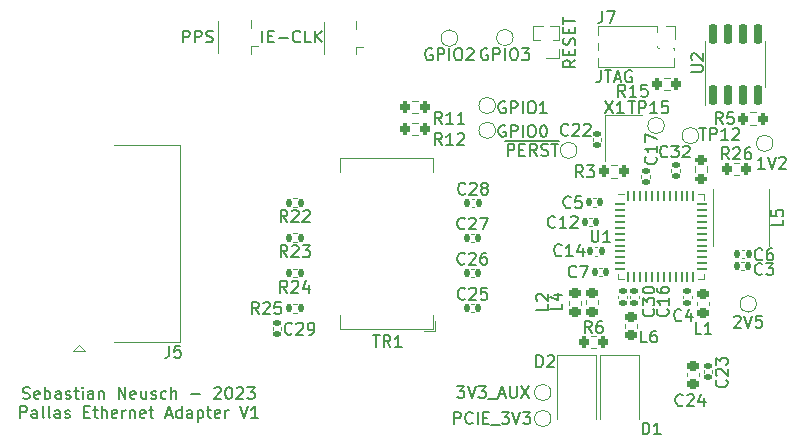
<source format=gbr>
%TF.GenerationSoftware,KiCad,Pcbnew,(6.0.9)*%
%TF.CreationDate,2023-01-12T20:26:10+01:00*%
%TF.ProjectId,pallas-ethernet-adapter,70616c6c-6173-42d6-9574-6865726e6574,rev?*%
%TF.SameCoordinates,Original*%
%TF.FileFunction,Legend,Top*%
%TF.FilePolarity,Positive*%
%FSLAX46Y46*%
G04 Gerber Fmt 4.6, Leading zero omitted, Abs format (unit mm)*
G04 Created by KiCad (PCBNEW (6.0.9)) date 2023-01-12 20:26:10*
%MOMM*%
%LPD*%
G01*
G04 APERTURE LIST*
G04 Aperture macros list*
%AMRoundRect*
0 Rectangle with rounded corners*
0 $1 Rounding radius*
0 $2 $3 $4 $5 $6 $7 $8 $9 X,Y pos of 4 corners*
0 Add a 4 corners polygon primitive as box body*
4,1,4,$2,$3,$4,$5,$6,$7,$8,$9,$2,$3,0*
0 Add four circle primitives for the rounded corners*
1,1,$1+$1,$2,$3*
1,1,$1+$1,$4,$5*
1,1,$1+$1,$6,$7*
1,1,$1+$1,$8,$9*
0 Add four rect primitives between the rounded corners*
20,1,$1+$1,$2,$3,$4,$5,0*
20,1,$1+$1,$4,$5,$6,$7,0*
20,1,$1+$1,$6,$7,$8,$9,0*
20,1,$1+$1,$8,$9,$2,$3,0*%
G04 Aperture macros list end*
%ADD10C,0.150000*%
%ADD11C,0.120000*%
%ADD12C,0.200000*%
%ADD13C,1.000000*%
%ADD14C,3.250000*%
%ADD15R,1.500000X1.500000*%
%ADD16C,1.500000*%
%ADD17C,2.300000*%
%ADD18RoundRect,0.140000X-0.170000X0.140000X-0.170000X-0.140000X0.170000X-0.140000X0.170000X0.140000X0*%
%ADD19C,2.000000*%
%ADD20RoundRect,0.150000X0.150000X-0.725000X0.150000X0.725000X-0.150000X0.725000X-0.150000X-0.725000X0*%
%ADD21R,4.500000X1.750000*%
%ADD22RoundRect,0.140000X0.170000X-0.140000X0.170000X0.140000X-0.170000X0.140000X-0.170000X-0.140000X0*%
%ADD23R,1.000000X1.000000*%
%ADD24O,1.000000X1.000000*%
%ADD25RoundRect,0.135000X0.135000X0.185000X-0.135000X0.185000X-0.135000X-0.185000X0.135000X-0.185000X0*%
%ADD26RoundRect,0.200000X0.200000X0.275000X-0.200000X0.275000X-0.200000X-0.275000X0.200000X-0.275000X0*%
%ADD27R,1.800000X2.500000*%
%ADD28RoundRect,0.218750X0.256250X-0.218750X0.256250X0.218750X-0.256250X0.218750X-0.256250X-0.218750X0*%
%ADD29RoundRect,0.140000X-0.140000X-0.170000X0.140000X-0.170000X0.140000X0.170000X-0.140000X0.170000X0*%
%ADD30RoundRect,0.062500X-0.337500X-0.062500X0.337500X-0.062500X0.337500X0.062500X-0.337500X0.062500X0*%
%ADD31RoundRect,0.062500X-0.062500X-0.337500X0.062500X-0.337500X0.062500X0.337500X-0.062500X0.337500X0*%
%ADD32R,5.300000X5.300000*%
%ADD33RoundRect,0.200000X0.275000X-0.200000X0.275000X0.200000X-0.275000X0.200000X-0.275000X-0.200000X0*%
%ADD34C,5.600000*%
%ADD35RoundRect,0.200000X-0.200000X-0.275000X0.200000X-0.275000X0.200000X0.275000X-0.200000X0.275000X0*%
%ADD36R,1.200000X1.350000*%
%ADD37R,2.030000X0.640000*%
%ADD38R,1.050000X1.000000*%
%ADD39R,2.200000X1.050000*%
%ADD40RoundRect,0.225000X-0.250000X0.225000X-0.250000X-0.225000X0.250000X-0.225000X0.250000X0.225000X0*%
%ADD41RoundRect,0.140000X0.140000X0.170000X-0.140000X0.170000X-0.140000X-0.170000X0.140000X-0.170000X0*%
G04 APERTURE END LIST*
D10*
X-43344524Y16685239D02*
X-43201667Y16637620D01*
X-42963572Y16637620D01*
X-42868334Y16685239D01*
X-42820715Y16732858D01*
X-42773096Y16828096D01*
X-42773096Y16923334D01*
X-42820715Y17018572D01*
X-42868334Y17066191D01*
X-42963572Y17113810D01*
X-43154048Y17161429D01*
X-43249286Y17209048D01*
X-43296905Y17256667D01*
X-43344524Y17351905D01*
X-43344524Y17447143D01*
X-43296905Y17542381D01*
X-43249286Y17590000D01*
X-43154048Y17637620D01*
X-42915953Y17637620D01*
X-42773096Y17590000D01*
X-41963572Y16685239D02*
X-42058810Y16637620D01*
X-42249286Y16637620D01*
X-42344524Y16685239D01*
X-42392143Y16780477D01*
X-42392143Y17161429D01*
X-42344524Y17256667D01*
X-42249286Y17304286D01*
X-42058810Y17304286D01*
X-41963572Y17256667D01*
X-41915953Y17161429D01*
X-41915953Y17066191D01*
X-42392143Y16970953D01*
X-41487381Y16637620D02*
X-41487381Y17637620D01*
X-41487381Y17256667D02*
X-41392143Y17304286D01*
X-41201667Y17304286D01*
X-41106429Y17256667D01*
X-41058810Y17209048D01*
X-41011191Y17113810D01*
X-41011191Y16828096D01*
X-41058810Y16732858D01*
X-41106429Y16685239D01*
X-41201667Y16637620D01*
X-41392143Y16637620D01*
X-41487381Y16685239D01*
X-40154048Y16637620D02*
X-40154048Y17161429D01*
X-40201667Y17256667D01*
X-40296905Y17304286D01*
X-40487381Y17304286D01*
X-40582620Y17256667D01*
X-40154048Y16685239D02*
X-40249286Y16637620D01*
X-40487381Y16637620D01*
X-40582620Y16685239D01*
X-40630239Y16780477D01*
X-40630239Y16875715D01*
X-40582620Y16970953D01*
X-40487381Y17018572D01*
X-40249286Y17018572D01*
X-40154048Y17066191D01*
X-39725477Y16685239D02*
X-39630239Y16637620D01*
X-39439762Y16637620D01*
X-39344524Y16685239D01*
X-39296905Y16780477D01*
X-39296905Y16828096D01*
X-39344524Y16923334D01*
X-39439762Y16970953D01*
X-39582620Y16970953D01*
X-39677858Y17018572D01*
X-39725477Y17113810D01*
X-39725477Y17161429D01*
X-39677858Y17256667D01*
X-39582620Y17304286D01*
X-39439762Y17304286D01*
X-39344524Y17256667D01*
X-39011191Y17304286D02*
X-38630239Y17304286D01*
X-38868334Y17637620D02*
X-38868334Y16780477D01*
X-38820715Y16685239D01*
X-38725477Y16637620D01*
X-38630239Y16637620D01*
X-38296905Y16637620D02*
X-38296905Y17304286D01*
X-38296905Y17637620D02*
X-38344524Y17590000D01*
X-38296905Y17542381D01*
X-38249286Y17590000D01*
X-38296905Y17637620D01*
X-38296905Y17542381D01*
X-37392143Y16637620D02*
X-37392143Y17161429D01*
X-37439762Y17256667D01*
X-37535000Y17304286D01*
X-37725477Y17304286D01*
X-37820715Y17256667D01*
X-37392143Y16685239D02*
X-37487381Y16637620D01*
X-37725477Y16637620D01*
X-37820715Y16685239D01*
X-37868334Y16780477D01*
X-37868334Y16875715D01*
X-37820715Y16970953D01*
X-37725477Y17018572D01*
X-37487381Y17018572D01*
X-37392143Y17066191D01*
X-36915953Y17304286D02*
X-36915953Y16637620D01*
X-36915953Y17209048D02*
X-36868334Y17256667D01*
X-36773096Y17304286D01*
X-36630239Y17304286D01*
X-36535000Y17256667D01*
X-36487381Y17161429D01*
X-36487381Y16637620D01*
X-35249286Y16637620D02*
X-35249286Y17637620D01*
X-34677858Y16637620D01*
X-34677858Y17637620D01*
X-33820715Y16685239D02*
X-33915953Y16637620D01*
X-34106429Y16637620D01*
X-34201667Y16685239D01*
X-34249286Y16780477D01*
X-34249286Y17161429D01*
X-34201667Y17256667D01*
X-34106429Y17304286D01*
X-33915953Y17304286D01*
X-33820715Y17256667D01*
X-33773096Y17161429D01*
X-33773096Y17066191D01*
X-34249286Y16970953D01*
X-32915953Y17304286D02*
X-32915953Y16637620D01*
X-33344524Y17304286D02*
X-33344524Y16780477D01*
X-33296905Y16685239D01*
X-33201667Y16637620D01*
X-33058810Y16637620D01*
X-32963572Y16685239D01*
X-32915953Y16732858D01*
X-32487381Y16685239D02*
X-32392143Y16637620D01*
X-32201667Y16637620D01*
X-32106429Y16685239D01*
X-32058810Y16780477D01*
X-32058810Y16828096D01*
X-32106429Y16923334D01*
X-32201667Y16970953D01*
X-32344524Y16970953D01*
X-32439762Y17018572D01*
X-32487381Y17113810D01*
X-32487381Y17161429D01*
X-32439762Y17256667D01*
X-32344524Y17304286D01*
X-32201667Y17304286D01*
X-32106429Y17256667D01*
X-31201667Y16685239D02*
X-31296905Y16637620D01*
X-31487381Y16637620D01*
X-31582620Y16685239D01*
X-31630239Y16732858D01*
X-31677858Y16828096D01*
X-31677858Y17113810D01*
X-31630239Y17209048D01*
X-31582620Y17256667D01*
X-31487381Y17304286D01*
X-31296905Y17304286D01*
X-31201667Y17256667D01*
X-30773096Y16637620D02*
X-30773096Y17637620D01*
X-30344524Y16637620D02*
X-30344524Y17161429D01*
X-30392143Y17256667D01*
X-30487381Y17304286D01*
X-30630239Y17304286D01*
X-30725477Y17256667D01*
X-30773096Y17209048D01*
X-29106429Y17018572D02*
X-28344524Y17018572D01*
X-27154048Y17542381D02*
X-27106429Y17590000D01*
X-27011191Y17637620D01*
X-26773096Y17637620D01*
X-26677858Y17590000D01*
X-26630239Y17542381D01*
X-26582620Y17447143D01*
X-26582620Y17351905D01*
X-26630239Y17209048D01*
X-27201667Y16637620D01*
X-26582620Y16637620D01*
X-25963572Y17637620D02*
X-25868334Y17637620D01*
X-25773096Y17590000D01*
X-25725477Y17542381D01*
X-25677858Y17447143D01*
X-25630239Y17256667D01*
X-25630239Y17018572D01*
X-25677858Y16828096D01*
X-25725477Y16732858D01*
X-25773096Y16685239D01*
X-25868334Y16637620D01*
X-25963572Y16637620D01*
X-26058810Y16685239D01*
X-26106429Y16732858D01*
X-26154048Y16828096D01*
X-26201667Y17018572D01*
X-26201667Y17256667D01*
X-26154048Y17447143D01*
X-26106429Y17542381D01*
X-26058810Y17590000D01*
X-25963572Y17637620D01*
X-25249286Y17542381D02*
X-25201667Y17590000D01*
X-25106429Y17637620D01*
X-24868334Y17637620D01*
X-24773096Y17590000D01*
X-24725477Y17542381D01*
X-24677858Y17447143D01*
X-24677858Y17351905D01*
X-24725477Y17209048D01*
X-25296905Y16637620D01*
X-24677858Y16637620D01*
X-24344524Y17637620D02*
X-23725477Y17637620D01*
X-24058810Y17256667D01*
X-23915953Y17256667D01*
X-23820715Y17209048D01*
X-23773096Y17161429D01*
X-23725477Y17066191D01*
X-23725477Y16828096D01*
X-23773096Y16732858D01*
X-23820715Y16685239D01*
X-23915953Y16637620D01*
X-24201667Y16637620D01*
X-24296905Y16685239D01*
X-24344524Y16732858D01*
X-43582620Y15027620D02*
X-43582620Y16027620D01*
X-43201667Y16027620D01*
X-43106429Y15980000D01*
X-43058810Y15932381D01*
X-43011191Y15837143D01*
X-43011191Y15694286D01*
X-43058810Y15599048D01*
X-43106429Y15551429D01*
X-43201667Y15503810D01*
X-43582620Y15503810D01*
X-42154048Y15027620D02*
X-42154048Y15551429D01*
X-42201667Y15646667D01*
X-42296905Y15694286D01*
X-42487381Y15694286D01*
X-42582620Y15646667D01*
X-42154048Y15075239D02*
X-42249286Y15027620D01*
X-42487381Y15027620D01*
X-42582620Y15075239D01*
X-42630239Y15170477D01*
X-42630239Y15265715D01*
X-42582620Y15360953D01*
X-42487381Y15408572D01*
X-42249286Y15408572D01*
X-42154048Y15456191D01*
X-41535000Y15027620D02*
X-41630239Y15075239D01*
X-41677858Y15170477D01*
X-41677858Y16027620D01*
X-41011191Y15027620D02*
X-41106429Y15075239D01*
X-41154048Y15170477D01*
X-41154048Y16027620D01*
X-40201667Y15027620D02*
X-40201667Y15551429D01*
X-40249286Y15646667D01*
X-40344524Y15694286D01*
X-40535000Y15694286D01*
X-40630239Y15646667D01*
X-40201667Y15075239D02*
X-40296905Y15027620D01*
X-40535000Y15027620D01*
X-40630239Y15075239D01*
X-40677858Y15170477D01*
X-40677858Y15265715D01*
X-40630239Y15360953D01*
X-40535000Y15408572D01*
X-40296905Y15408572D01*
X-40201667Y15456191D01*
X-39773096Y15075239D02*
X-39677858Y15027620D01*
X-39487381Y15027620D01*
X-39392143Y15075239D01*
X-39344524Y15170477D01*
X-39344524Y15218096D01*
X-39392143Y15313334D01*
X-39487381Y15360953D01*
X-39630239Y15360953D01*
X-39725477Y15408572D01*
X-39773096Y15503810D01*
X-39773096Y15551429D01*
X-39725477Y15646667D01*
X-39630239Y15694286D01*
X-39487381Y15694286D01*
X-39392143Y15646667D01*
X-38154048Y15551429D02*
X-37820715Y15551429D01*
X-37677858Y15027620D02*
X-38154048Y15027620D01*
X-38154048Y16027620D01*
X-37677858Y16027620D01*
X-37392143Y15694286D02*
X-37011191Y15694286D01*
X-37249286Y16027620D02*
X-37249286Y15170477D01*
X-37201667Y15075239D01*
X-37106429Y15027620D01*
X-37011191Y15027620D01*
X-36677858Y15027620D02*
X-36677858Y16027620D01*
X-36249286Y15027620D02*
X-36249286Y15551429D01*
X-36296905Y15646667D01*
X-36392143Y15694286D01*
X-36535000Y15694286D01*
X-36630239Y15646667D01*
X-36677858Y15599048D01*
X-35392143Y15075239D02*
X-35487381Y15027620D01*
X-35677858Y15027620D01*
X-35773096Y15075239D01*
X-35820715Y15170477D01*
X-35820715Y15551429D01*
X-35773096Y15646667D01*
X-35677858Y15694286D01*
X-35487381Y15694286D01*
X-35392143Y15646667D01*
X-35344524Y15551429D01*
X-35344524Y15456191D01*
X-35820715Y15360953D01*
X-34915953Y15027620D02*
X-34915953Y15694286D01*
X-34915953Y15503810D02*
X-34868334Y15599048D01*
X-34820715Y15646667D01*
X-34725477Y15694286D01*
X-34630239Y15694286D01*
X-34296905Y15694286D02*
X-34296905Y15027620D01*
X-34296905Y15599048D02*
X-34249286Y15646667D01*
X-34154048Y15694286D01*
X-34011191Y15694286D01*
X-33915953Y15646667D01*
X-33868334Y15551429D01*
X-33868334Y15027620D01*
X-33011191Y15075239D02*
X-33106429Y15027620D01*
X-33296905Y15027620D01*
X-33392143Y15075239D01*
X-33439762Y15170477D01*
X-33439762Y15551429D01*
X-33392143Y15646667D01*
X-33296905Y15694286D01*
X-33106429Y15694286D01*
X-33011191Y15646667D01*
X-32963572Y15551429D01*
X-32963572Y15456191D01*
X-33439762Y15360953D01*
X-32677858Y15694286D02*
X-32296905Y15694286D01*
X-32535000Y16027620D02*
X-32535000Y15170477D01*
X-32487381Y15075239D01*
X-32392143Y15027620D01*
X-32296905Y15027620D01*
X-31249286Y15313334D02*
X-30773096Y15313334D01*
X-31344524Y15027620D02*
X-31011191Y16027620D01*
X-30677858Y15027620D01*
X-29915953Y15027620D02*
X-29915953Y16027620D01*
X-29915953Y15075239D02*
X-30011191Y15027620D01*
X-30201667Y15027620D01*
X-30296905Y15075239D01*
X-30344524Y15122858D01*
X-30392143Y15218096D01*
X-30392143Y15503810D01*
X-30344524Y15599048D01*
X-30296905Y15646667D01*
X-30201667Y15694286D01*
X-30011191Y15694286D01*
X-29915953Y15646667D01*
X-29011191Y15027620D02*
X-29011191Y15551429D01*
X-29058810Y15646667D01*
X-29154048Y15694286D01*
X-29344524Y15694286D01*
X-29439762Y15646667D01*
X-29011191Y15075239D02*
X-29106429Y15027620D01*
X-29344524Y15027620D01*
X-29439762Y15075239D01*
X-29487381Y15170477D01*
X-29487381Y15265715D01*
X-29439762Y15360953D01*
X-29344524Y15408572D01*
X-29106429Y15408572D01*
X-29011191Y15456191D01*
X-28535000Y15694286D02*
X-28535000Y14694286D01*
X-28535000Y15646667D02*
X-28439762Y15694286D01*
X-28249286Y15694286D01*
X-28154048Y15646667D01*
X-28106429Y15599048D01*
X-28058810Y15503810D01*
X-28058810Y15218096D01*
X-28106429Y15122858D01*
X-28154048Y15075239D01*
X-28249286Y15027620D01*
X-28439762Y15027620D01*
X-28535000Y15075239D01*
X-27773096Y15694286D02*
X-27392143Y15694286D01*
X-27630239Y16027620D02*
X-27630239Y15170477D01*
X-27582620Y15075239D01*
X-27487381Y15027620D01*
X-27392143Y15027620D01*
X-26677858Y15075239D02*
X-26773096Y15027620D01*
X-26963572Y15027620D01*
X-27058810Y15075239D01*
X-27106429Y15170477D01*
X-27106429Y15551429D01*
X-27058810Y15646667D01*
X-26963572Y15694286D01*
X-26773096Y15694286D01*
X-26677858Y15646667D01*
X-26630239Y15551429D01*
X-26630239Y15456191D01*
X-27106429Y15360953D01*
X-26201667Y15027620D02*
X-26201667Y15694286D01*
X-26201667Y15503810D02*
X-26154048Y15599048D01*
X-26106429Y15646667D01*
X-26011191Y15694286D01*
X-25915953Y15694286D01*
X-24963572Y16027620D02*
X-24630239Y15027620D01*
X-24296905Y16027620D01*
X-23439762Y15027620D02*
X-24011191Y15027620D01*
X-23725477Y15027620D02*
X-23725477Y16027620D01*
X-23820715Y15884762D01*
X-23915953Y15789524D01*
X-24011191Y15741905D01*
%TO.C,TP14*%
X-6582620Y17732620D02*
X-5963572Y17732620D01*
X-6296905Y17351667D01*
X-6154048Y17351667D01*
X-6058810Y17304048D01*
X-6011191Y17256429D01*
X-5963572Y17161191D01*
X-5963572Y16923096D01*
X-6011191Y16827858D01*
X-6058810Y16780239D01*
X-6154048Y16732620D01*
X-6439762Y16732620D01*
X-6535000Y16780239D01*
X-6582620Y16827858D01*
X-5677858Y17732620D02*
X-5344524Y16732620D01*
X-5011191Y17732620D01*
X-4773096Y17732620D02*
X-4154048Y17732620D01*
X-4487381Y17351667D01*
X-4344524Y17351667D01*
X-4249286Y17304048D01*
X-4201667Y17256429D01*
X-4154048Y17161191D01*
X-4154048Y16923096D01*
X-4201667Y16827858D01*
X-4249286Y16780239D01*
X-4344524Y16732620D01*
X-4630239Y16732620D01*
X-4725477Y16780239D01*
X-4773096Y16827858D01*
X-3963572Y16637381D02*
X-3201667Y16637381D01*
X-3011191Y17018334D02*
X-2535000Y17018334D01*
X-3106429Y16732620D02*
X-2773096Y17732620D01*
X-2439762Y16732620D01*
X-2106429Y17732620D02*
X-2106429Y16923096D01*
X-2058810Y16827858D01*
X-2011191Y16780239D01*
X-1915953Y16732620D01*
X-1725477Y16732620D01*
X-1630239Y16780239D01*
X-1582620Y16827858D01*
X-1535000Y16923096D01*
X-1535000Y17732620D01*
X-1154048Y17732620D02*
X-487381Y16732620D01*
X-487381Y17732620D02*
X-1154048Y16732620D01*
%TO.C,J5*%
X-30968334Y21132620D02*
X-30968334Y20418334D01*
X-31015953Y20275477D01*
X-31111191Y20180239D01*
X-31254048Y20132620D01*
X-31349286Y20132620D01*
X-30015953Y21132620D02*
X-30492143Y21132620D01*
X-30539762Y20656429D01*
X-30492143Y20704048D01*
X-30396905Y20751667D01*
X-30158810Y20751667D01*
X-30063572Y20704048D01*
X-30015953Y20656429D01*
X-29968334Y20561191D01*
X-29968334Y20323096D01*
X-30015953Y20227858D01*
X-30063572Y20180239D01*
X-30158810Y20132620D01*
X-30396905Y20132620D01*
X-30492143Y20180239D01*
X-30539762Y20227858D01*
%TO.C,C22*%
X2822142Y39027858D02*
X2774523Y38980239D01*
X2631666Y38932620D01*
X2536428Y38932620D01*
X2393571Y38980239D01*
X2298333Y39075477D01*
X2250714Y39170715D01*
X2203095Y39361191D01*
X2203095Y39504048D01*
X2250714Y39694524D01*
X2298333Y39789762D01*
X2393571Y39885000D01*
X2536428Y39932620D01*
X2631666Y39932620D01*
X2774523Y39885000D01*
X2822142Y39837381D01*
X3203095Y39837381D02*
X3250714Y39885000D01*
X3345952Y39932620D01*
X3584047Y39932620D01*
X3679285Y39885000D01*
X3726904Y39837381D01*
X3774523Y39742143D01*
X3774523Y39646905D01*
X3726904Y39504048D01*
X3155476Y38932620D01*
X3774523Y38932620D01*
X4155476Y39837381D02*
X4203095Y39885000D01*
X4298333Y39932620D01*
X4536428Y39932620D01*
X4631666Y39885000D01*
X4679285Y39837381D01*
X4726904Y39742143D01*
X4726904Y39646905D01*
X4679285Y39504048D01*
X4107857Y38932620D01*
X4726904Y38932620D01*
%TO.C,U2*%
X13217380Y44323096D02*
X14026904Y44323096D01*
X14122142Y44370715D01*
X14169761Y44418334D01*
X14217380Y44513572D01*
X14217380Y44704048D01*
X14169761Y44799286D01*
X14122142Y44846905D01*
X14026904Y44894524D01*
X13217380Y44894524D01*
X13312619Y45323096D02*
X13265000Y45370715D01*
X13217380Y45465953D01*
X13217380Y45704048D01*
X13265000Y45799286D01*
X13312619Y45846905D01*
X13407857Y45894524D01*
X13503095Y45894524D01*
X13645952Y45846905D01*
X14217380Y45275477D01*
X14217380Y45894524D01*
%TO.C,L5*%
X21017380Y31818334D02*
X21017380Y31342143D01*
X20017380Y31342143D01*
X20017380Y32627858D02*
X20017380Y32151667D01*
X20493571Y32104048D01*
X20445952Y32151667D01*
X20398333Y32246905D01*
X20398333Y32485000D01*
X20445952Y32580239D01*
X20493571Y32627858D01*
X20588809Y32675477D01*
X20826904Y32675477D01*
X20922142Y32627858D01*
X20969761Y32580239D01*
X21017380Y32485000D01*
X21017380Y32246905D01*
X20969761Y32151667D01*
X20922142Y32104048D01*
%TO.C,C17*%
X10222142Y37142143D02*
X10269761Y37094524D01*
X10317380Y36951667D01*
X10317380Y36856429D01*
X10269761Y36713572D01*
X10174523Y36618334D01*
X10079285Y36570715D01*
X9888809Y36523096D01*
X9745952Y36523096D01*
X9555476Y36570715D01*
X9460238Y36618334D01*
X9365000Y36713572D01*
X9317380Y36856429D01*
X9317380Y36951667D01*
X9365000Y37094524D01*
X9412619Y37142143D01*
X10317380Y38094524D02*
X10317380Y37523096D01*
X10317380Y37808810D02*
X9317380Y37808810D01*
X9460238Y37713572D01*
X9555476Y37618334D01*
X9603095Y37523096D01*
X9317380Y38427858D02*
X9317380Y39094524D01*
X10317380Y38665953D01*
%TO.C,J6*%
X3417380Y45332620D02*
X2941190Y44999286D01*
X3417380Y44761191D02*
X2417380Y44761191D01*
X2417380Y45142143D01*
X2465000Y45237381D01*
X2512619Y45285000D01*
X2607857Y45332620D01*
X2750714Y45332620D01*
X2845952Y45285000D01*
X2893571Y45237381D01*
X2941190Y45142143D01*
X2941190Y44761191D01*
X2893571Y45761191D02*
X2893571Y46094524D01*
X3417380Y46237381D02*
X3417380Y45761191D01*
X2417380Y45761191D01*
X2417380Y46237381D01*
X3369761Y46618334D02*
X3417380Y46761191D01*
X3417380Y46999286D01*
X3369761Y47094524D01*
X3322142Y47142143D01*
X3226904Y47189762D01*
X3131666Y47189762D01*
X3036428Y47142143D01*
X2988809Y47094524D01*
X2941190Y46999286D01*
X2893571Y46808810D01*
X2845952Y46713572D01*
X2798333Y46665953D01*
X2703095Y46618334D01*
X2607857Y46618334D01*
X2512619Y46665953D01*
X2465000Y46713572D01*
X2417380Y46808810D01*
X2417380Y47046905D01*
X2465000Y47189762D01*
X2893571Y47618334D02*
X2893571Y47951667D01*
X3417380Y48094524D02*
X3417380Y47618334D01*
X2417380Y47618334D01*
X2417380Y48094524D01*
X2417380Y48380239D02*
X2417380Y48951667D01*
X3417380Y48665953D02*
X2417380Y48665953D01*
%TO.C,R24*%
X-20967258Y25632620D02*
X-21300591Y26108810D01*
X-21538686Y25632620D02*
X-21538686Y26632620D01*
X-21157734Y26632620D01*
X-21062496Y26585000D01*
X-21014877Y26537381D01*
X-20967258Y26442143D01*
X-20967258Y26299286D01*
X-21014877Y26204048D01*
X-21062496Y26156429D01*
X-21157734Y26108810D01*
X-21538686Y26108810D01*
X-20586305Y26537381D02*
X-20538686Y26585000D01*
X-20443448Y26632620D01*
X-20205353Y26632620D01*
X-20110115Y26585000D01*
X-20062496Y26537381D01*
X-20014877Y26442143D01*
X-20014877Y26346905D01*
X-20062496Y26204048D01*
X-20633924Y25632620D01*
X-20014877Y25632620D01*
X-19157734Y26299286D02*
X-19157734Y25632620D01*
X-19395829Y26680239D02*
X-19633924Y25965953D01*
X-19014877Y25965953D01*
%TO.C,TP3*%
X-4011191Y46285000D02*
X-4106429Y46332620D01*
X-4249286Y46332620D01*
X-4392143Y46285000D01*
X-4487381Y46189762D01*
X-4535000Y46094524D01*
X-4582620Y45904048D01*
X-4582620Y45761191D01*
X-4535000Y45570715D01*
X-4487381Y45475477D01*
X-4392143Y45380239D01*
X-4249286Y45332620D01*
X-4154048Y45332620D01*
X-4011191Y45380239D01*
X-3963572Y45427858D01*
X-3963572Y45761191D01*
X-4154048Y45761191D01*
X-3535000Y45332620D02*
X-3535000Y46332620D01*
X-3154048Y46332620D01*
X-3058810Y46285000D01*
X-3011191Y46237381D01*
X-2963572Y46142143D01*
X-2963572Y45999286D01*
X-3011191Y45904048D01*
X-3058810Y45856429D01*
X-3154048Y45808810D01*
X-3535000Y45808810D01*
X-2535000Y45332620D02*
X-2535000Y46332620D01*
X-1868334Y46332620D02*
X-1677858Y46332620D01*
X-1582620Y46285000D01*
X-1487381Y46189762D01*
X-1439762Y45999286D01*
X-1439762Y45665953D01*
X-1487381Y45475477D01*
X-1582620Y45380239D01*
X-1677858Y45332620D01*
X-1868334Y45332620D01*
X-1963572Y45380239D01*
X-2058810Y45475477D01*
X-2106429Y45665953D01*
X-2106429Y45999286D01*
X-2058810Y46189762D01*
X-1963572Y46285000D01*
X-1868334Y46332620D01*
X-1106429Y46332620D02*
X-487381Y46332620D01*
X-820715Y45951667D01*
X-677858Y45951667D01*
X-582620Y45904048D01*
X-535000Y45856429D01*
X-487381Y45761191D01*
X-487381Y45523096D01*
X-535000Y45427858D01*
X-582620Y45380239D01*
X-677858Y45332620D01*
X-963572Y45332620D01*
X-1058810Y45380239D01*
X-1106429Y45427858D01*
%TO.C,R12*%
X-7877858Y38132620D02*
X-8211191Y38608810D01*
X-8449286Y38132620D02*
X-8449286Y39132620D01*
X-8068334Y39132620D01*
X-7973096Y39085000D01*
X-7925477Y39037381D01*
X-7877858Y38942143D01*
X-7877858Y38799286D01*
X-7925477Y38704048D01*
X-7973096Y38656429D01*
X-8068334Y38608810D01*
X-8449286Y38608810D01*
X-6925477Y38132620D02*
X-7496905Y38132620D01*
X-7211191Y38132620D02*
X-7211191Y39132620D01*
X-7306429Y38989762D01*
X-7401667Y38894524D01*
X-7496905Y38846905D01*
X-6544524Y39037381D02*
X-6496905Y39085000D01*
X-6401667Y39132620D01*
X-6163572Y39132620D01*
X-6068334Y39085000D01*
X-6020715Y39037381D01*
X-5973096Y38942143D01*
X-5973096Y38846905D01*
X-6020715Y38704048D01*
X-6592143Y38132620D01*
X-5973096Y38132620D01*
%TO.C,D2*%
X126904Y19332620D02*
X126904Y20332620D01*
X365000Y20332620D01*
X507857Y20285000D01*
X603095Y20189762D01*
X650714Y20094524D01*
X698333Y19904048D01*
X698333Y19761191D01*
X650714Y19570715D01*
X603095Y19475477D01*
X507857Y19380239D01*
X365000Y19332620D01*
X126904Y19332620D01*
X1079285Y20237381D02*
X1126904Y20285000D01*
X1222142Y20332620D01*
X1460238Y20332620D01*
X1555476Y20285000D01*
X1603095Y20237381D01*
X1650714Y20142143D01*
X1650714Y20046905D01*
X1603095Y19904048D01*
X1031666Y19332620D01*
X1650714Y19332620D01*
%TO.C,C30*%
X10022142Y24242143D02*
X10069761Y24194524D01*
X10117380Y24051667D01*
X10117380Y23956429D01*
X10069761Y23813572D01*
X9974523Y23718334D01*
X9879285Y23670715D01*
X9688809Y23623096D01*
X9545952Y23623096D01*
X9355476Y23670715D01*
X9260238Y23718334D01*
X9165000Y23813572D01*
X9117380Y23956429D01*
X9117380Y24051667D01*
X9165000Y24194524D01*
X9212619Y24242143D01*
X9117380Y24575477D02*
X9117380Y25194524D01*
X9498333Y24861191D01*
X9498333Y25004048D01*
X9545952Y25099286D01*
X9593571Y25146905D01*
X9688809Y25194524D01*
X9926904Y25194524D01*
X10022142Y25146905D01*
X10069761Y25099286D01*
X10117380Y25004048D01*
X10117380Y24718334D01*
X10069761Y24623096D01*
X10022142Y24575477D01*
X9117380Y25813572D02*
X9117380Y25908810D01*
X9165000Y26004048D01*
X9212619Y26051667D01*
X9307857Y26099286D01*
X9498333Y26146905D01*
X9736428Y26146905D01*
X9926904Y26099286D01*
X10022142Y26051667D01*
X10069761Y26004048D01*
X10117380Y25908810D01*
X10117380Y25813572D01*
X10069761Y25718334D01*
X10022142Y25670715D01*
X9926904Y25623096D01*
X9736428Y25575477D01*
X9498333Y25575477D01*
X9307857Y25623096D01*
X9212619Y25670715D01*
X9165000Y25718334D01*
X9117380Y25813572D01*
%TO.C,R25*%
X-23377858Y23832620D02*
X-23711191Y24308810D01*
X-23949286Y23832620D02*
X-23949286Y24832620D01*
X-23568334Y24832620D01*
X-23473096Y24785000D01*
X-23425477Y24737381D01*
X-23377858Y24642143D01*
X-23377858Y24499286D01*
X-23425477Y24404048D01*
X-23473096Y24356429D01*
X-23568334Y24308810D01*
X-23949286Y24308810D01*
X-22996905Y24737381D02*
X-22949286Y24785000D01*
X-22854048Y24832620D01*
X-22615953Y24832620D01*
X-22520715Y24785000D01*
X-22473096Y24737381D01*
X-22425477Y24642143D01*
X-22425477Y24546905D01*
X-22473096Y24404048D01*
X-23044524Y23832620D01*
X-22425477Y23832620D01*
X-21520715Y24832620D02*
X-21996905Y24832620D01*
X-22044524Y24356429D01*
X-21996905Y24404048D01*
X-21901667Y24451667D01*
X-21663572Y24451667D01*
X-21568334Y24404048D01*
X-21520715Y24356429D01*
X-21473096Y24261191D01*
X-21473096Y24023096D01*
X-21520715Y23927858D01*
X-21568334Y23880239D01*
X-21663572Y23832620D01*
X-21901667Y23832620D01*
X-21996905Y23880239D01*
X-22044524Y23927858D01*
%TO.C,L2*%
X1107380Y24678334D02*
X1107380Y24202143D01*
X107380Y24202143D01*
X202619Y24964048D02*
X155000Y25011667D01*
X107380Y25106905D01*
X107380Y25345000D01*
X155000Y25440239D01*
X202619Y25487858D01*
X297857Y25535477D01*
X393095Y25535477D01*
X535952Y25487858D01*
X1107380Y24916429D01*
X1107380Y25535477D01*
%TO.C,TP1*%
X16874514Y23587385D02*
X16922133Y23635004D01*
X17017371Y23682624D01*
X17255467Y23682624D01*
X17350705Y23635004D01*
X17398324Y23587385D01*
X17445943Y23492147D01*
X17445943Y23396909D01*
X17398324Y23254052D01*
X16826895Y22682624D01*
X17445943Y22682624D01*
X17731657Y23682624D02*
X18064991Y22682624D01*
X18398324Y23682624D01*
X19207848Y23682624D02*
X18731657Y23682624D01*
X18684038Y23206433D01*
X18731657Y23254052D01*
X18826895Y23301671D01*
X19064991Y23301671D01*
X19160229Y23254052D01*
X19207848Y23206433D01*
X19255467Y23111195D01*
X19255467Y22873100D01*
X19207848Y22777862D01*
X19160229Y22730243D01*
X19064991Y22682624D01*
X18826895Y22682624D01*
X18731657Y22730243D01*
X18684038Y22777862D01*
%TO.C,C3*%
X19248333Y27227858D02*
X19200714Y27180239D01*
X19057857Y27132620D01*
X18962619Y27132620D01*
X18819761Y27180239D01*
X18724523Y27275477D01*
X18676904Y27370715D01*
X18629285Y27561191D01*
X18629285Y27704048D01*
X18676904Y27894524D01*
X18724523Y27989762D01*
X18819761Y28085000D01*
X18962619Y28132620D01*
X19057857Y28132620D01*
X19200714Y28085000D01*
X19248333Y28037381D01*
X19581666Y28132620D02*
X20200714Y28132620D01*
X19867380Y27751667D01*
X20010238Y27751667D01*
X20105476Y27704048D01*
X20153095Y27656429D01*
X20200714Y27561191D01*
X20200714Y27323096D01*
X20153095Y27227858D01*
X20105476Y27180239D01*
X20010238Y27132620D01*
X19724523Y27132620D01*
X19629285Y27180239D01*
X19581666Y27227858D01*
%TO.C,L6*%
X9498333Y21432620D02*
X9022142Y21432620D01*
X9022142Y22432620D01*
X10260238Y22432620D02*
X10069761Y22432620D01*
X9974523Y22385000D01*
X9926904Y22337381D01*
X9831666Y22194524D01*
X9784047Y22004048D01*
X9784047Y21623096D01*
X9831666Y21527858D01*
X9879285Y21480239D01*
X9974523Y21432620D01*
X10165000Y21432620D01*
X10260238Y21480239D01*
X10307857Y21527858D01*
X10355476Y21623096D01*
X10355476Y21861191D01*
X10307857Y21956429D01*
X10260238Y22004048D01*
X10165000Y22051667D01*
X9974523Y22051667D01*
X9879285Y22004048D01*
X9831666Y21956429D01*
X9784047Y21861191D01*
%TO.C,TP4*%
X-8711191Y46285000D02*
X-8806429Y46332620D01*
X-8949286Y46332620D01*
X-9092143Y46285000D01*
X-9187381Y46189762D01*
X-9235000Y46094524D01*
X-9282620Y45904048D01*
X-9282620Y45761191D01*
X-9235000Y45570715D01*
X-9187381Y45475477D01*
X-9092143Y45380239D01*
X-8949286Y45332620D01*
X-8854048Y45332620D01*
X-8711191Y45380239D01*
X-8663572Y45427858D01*
X-8663572Y45761191D01*
X-8854048Y45761191D01*
X-8235000Y45332620D02*
X-8235000Y46332620D01*
X-7854048Y46332620D01*
X-7758810Y46285000D01*
X-7711191Y46237381D01*
X-7663572Y46142143D01*
X-7663572Y45999286D01*
X-7711191Y45904048D01*
X-7758810Y45856429D01*
X-7854048Y45808810D01*
X-8235000Y45808810D01*
X-7235000Y45332620D02*
X-7235000Y46332620D01*
X-6568334Y46332620D02*
X-6377858Y46332620D01*
X-6282620Y46285000D01*
X-6187381Y46189762D01*
X-6139762Y45999286D01*
X-6139762Y45665953D01*
X-6187381Y45475477D01*
X-6282620Y45380239D01*
X-6377858Y45332620D01*
X-6568334Y45332620D01*
X-6663572Y45380239D01*
X-6758810Y45475477D01*
X-6806429Y45665953D01*
X-6806429Y45999286D01*
X-6758810Y46189762D01*
X-6663572Y46285000D01*
X-6568334Y46332620D01*
X-5758810Y46237381D02*
X-5711191Y46285000D01*
X-5615953Y46332620D01*
X-5377858Y46332620D01*
X-5282620Y46285000D01*
X-5235000Y46237381D01*
X-5187381Y46142143D01*
X-5187381Y46046905D01*
X-5235000Y45904048D01*
X-5806429Y45332620D01*
X-5187381Y45332620D01*
%TO.C,U1*%
X4803095Y30932620D02*
X4803095Y30123096D01*
X4850714Y30027858D01*
X4898333Y29980239D01*
X4993571Y29932620D01*
X5184047Y29932620D01*
X5279285Y29980239D01*
X5326904Y30027858D01*
X5374523Y30123096D01*
X5374523Y30932620D01*
X6374523Y29932620D02*
X5803095Y29932620D01*
X6088809Y29932620D02*
X6088809Y30932620D01*
X5993571Y30789762D01*
X5898333Y30694524D01*
X5803095Y30646905D01*
%TO.C,C4*%
X12398333Y23327858D02*
X12350714Y23280239D01*
X12207857Y23232620D01*
X12112619Y23232620D01*
X11969761Y23280239D01*
X11874523Y23375477D01*
X11826904Y23470715D01*
X11779285Y23661191D01*
X11779285Y23804048D01*
X11826904Y23994524D01*
X11874523Y24089762D01*
X11969761Y24185000D01*
X12112619Y24232620D01*
X12207857Y24232620D01*
X12350714Y24185000D01*
X12398333Y24137381D01*
X13255476Y23899286D02*
X13255476Y23232620D01*
X13017380Y24280239D02*
X12779285Y23565953D01*
X13398333Y23565953D01*
%TO.C,R22*%
X-20957258Y31622920D02*
X-21290591Y32099110D01*
X-21528686Y31622920D02*
X-21528686Y32622920D01*
X-21147734Y32622920D01*
X-21052496Y32575300D01*
X-21004877Y32527681D01*
X-20957258Y32432443D01*
X-20957258Y32289586D01*
X-21004877Y32194348D01*
X-21052496Y32146729D01*
X-21147734Y32099110D01*
X-21528686Y32099110D01*
X-20576305Y32527681D02*
X-20528686Y32575300D01*
X-20433448Y32622920D01*
X-20195353Y32622920D01*
X-20100115Y32575300D01*
X-20052496Y32527681D01*
X-20004877Y32432443D01*
X-20004877Y32337205D01*
X-20052496Y32194348D01*
X-20623924Y31622920D01*
X-20004877Y31622920D01*
X-19623924Y32527681D02*
X-19576305Y32575300D01*
X-19481067Y32622920D01*
X-19242972Y32622920D01*
X-19147734Y32575300D01*
X-19100115Y32527681D01*
X-19052496Y32432443D01*
X-19052496Y32337205D01*
X-19100115Y32194348D01*
X-19671543Y31622920D01*
X-19052496Y31622920D01*
%TO.C,L1*%
X14098333Y22132620D02*
X13622142Y22132620D01*
X13622142Y23132620D01*
X14955476Y22132620D02*
X14384047Y22132620D01*
X14669761Y22132620D02*
X14669761Y23132620D01*
X14574523Y22989762D01*
X14479285Y22894524D01*
X14384047Y22846905D01*
%TO.C,R15*%
X7647142Y42232620D02*
X7313809Y42708810D01*
X7075714Y42232620D02*
X7075714Y43232620D01*
X7456666Y43232620D01*
X7551904Y43185000D01*
X7599523Y43137381D01*
X7647142Y43042143D01*
X7647142Y42899286D01*
X7599523Y42804048D01*
X7551904Y42756429D01*
X7456666Y42708810D01*
X7075714Y42708810D01*
X8599523Y42232620D02*
X8028095Y42232620D01*
X8313809Y42232620D02*
X8313809Y43232620D01*
X8218571Y43089762D01*
X8123333Y42994524D01*
X8028095Y42946905D01*
X9504285Y43232620D02*
X9028095Y43232620D01*
X8980476Y42756429D01*
X9028095Y42804048D01*
X9123333Y42851667D01*
X9361428Y42851667D01*
X9456666Y42804048D01*
X9504285Y42756429D01*
X9551904Y42661191D01*
X9551904Y42423096D01*
X9504285Y42327858D01*
X9456666Y42280239D01*
X9361428Y42232620D01*
X9123333Y42232620D01*
X9028095Y42280239D01*
X8980476Y42327858D01*
%TO.C,R6*%
X4798333Y22232620D02*
X4465000Y22708810D01*
X4226904Y22232620D02*
X4226904Y23232620D01*
X4607857Y23232620D01*
X4703095Y23185000D01*
X4750714Y23137381D01*
X4798333Y23042143D01*
X4798333Y22899286D01*
X4750714Y22804048D01*
X4703095Y22756429D01*
X4607857Y22708810D01*
X4226904Y22708810D01*
X5655476Y23232620D02*
X5465000Y23232620D01*
X5369761Y23185000D01*
X5322142Y23137381D01*
X5226904Y22994524D01*
X5179285Y22804048D01*
X5179285Y22423096D01*
X5226904Y22327858D01*
X5274523Y22280239D01*
X5369761Y22232620D01*
X5560238Y22232620D01*
X5655476Y22280239D01*
X5703095Y22327858D01*
X5750714Y22423096D01*
X5750714Y22661191D01*
X5703095Y22756429D01*
X5655476Y22804048D01*
X5560238Y22851667D01*
X5369761Y22851667D01*
X5274523Y22804048D01*
X5226904Y22756429D01*
X5179285Y22661191D01*
%TO.C,X1*%
X5955476Y41832620D02*
X6622142Y40832620D01*
X6622142Y41832620D02*
X5955476Y40832620D01*
X7526904Y40832620D02*
X6955476Y40832620D01*
X7241190Y40832620D02*
X7241190Y41832620D01*
X7145952Y41689762D01*
X7050714Y41594524D01*
X6955476Y41546905D01*
%TO.C,TP15*%
X7926904Y41832620D02*
X8498333Y41832620D01*
X8212619Y40832620D02*
X8212619Y41832620D01*
X8831666Y40832620D02*
X8831666Y41832620D01*
X9212619Y41832620D01*
X9307857Y41785000D01*
X9355476Y41737381D01*
X9403095Y41642143D01*
X9403095Y41499286D01*
X9355476Y41404048D01*
X9307857Y41356429D01*
X9212619Y41308810D01*
X8831666Y41308810D01*
X10355476Y40832620D02*
X9784047Y40832620D01*
X10069761Y40832620D02*
X10069761Y41832620D01*
X9974523Y41689762D01*
X9879285Y41594524D01*
X9784047Y41546905D01*
X11260238Y41832620D02*
X10784047Y41832620D01*
X10736428Y41356429D01*
X10784047Y41404048D01*
X10879285Y41451667D01*
X11117380Y41451667D01*
X11212619Y41404048D01*
X11260238Y41356429D01*
X11307857Y41261191D01*
X11307857Y41023096D01*
X11260238Y40927858D01*
X11212619Y40880239D01*
X11117380Y40832620D01*
X10879285Y40832620D01*
X10784047Y40880239D01*
X10736428Y40927858D01*
%TO.C,TR1*%
X-13696905Y22032620D02*
X-13125477Y22032620D01*
X-13411191Y21032620D02*
X-13411191Y22032620D01*
X-12220715Y21032620D02*
X-12554048Y21508810D01*
X-12792143Y21032620D02*
X-12792143Y22032620D01*
X-12411191Y22032620D01*
X-12315953Y21985000D01*
X-12268334Y21937381D01*
X-12220715Y21842143D01*
X-12220715Y21699286D01*
X-12268334Y21604048D01*
X-12315953Y21556429D01*
X-12411191Y21508810D01*
X-12792143Y21508810D01*
X-11268334Y21032620D02*
X-11839762Y21032620D01*
X-11554048Y21032620D02*
X-11554048Y22032620D01*
X-11649286Y21889762D01*
X-11744524Y21794524D01*
X-11839762Y21746905D01*
%TO.C,C27*%
X-5937258Y31088158D02*
X-5984877Y31040539D01*
X-6127734Y30992920D01*
X-6222972Y30992920D01*
X-6365829Y31040539D01*
X-6461067Y31135777D01*
X-6508686Y31231015D01*
X-6556305Y31421491D01*
X-6556305Y31564348D01*
X-6508686Y31754824D01*
X-6461067Y31850062D01*
X-6365829Y31945300D01*
X-6222972Y31992920D01*
X-6127734Y31992920D01*
X-5984877Y31945300D01*
X-5937258Y31897681D01*
X-5556305Y31897681D02*
X-5508686Y31945300D01*
X-5413448Y31992920D01*
X-5175353Y31992920D01*
X-5080115Y31945300D01*
X-5032496Y31897681D01*
X-4984877Y31802443D01*
X-4984877Y31707205D01*
X-5032496Y31564348D01*
X-5603924Y30992920D01*
X-4984877Y30992920D01*
X-4651543Y31992920D02*
X-3984877Y31992920D01*
X-4413448Y30992920D01*
%TO.C,J4*%
X-23061191Y46832620D02*
X-23061191Y47832620D01*
X-22585000Y47356429D02*
X-22251667Y47356429D01*
X-22108810Y46832620D02*
X-22585000Y46832620D01*
X-22585000Y47832620D01*
X-22108810Y47832620D01*
X-21680239Y47213572D02*
X-20918334Y47213572D01*
X-19870715Y46927858D02*
X-19918334Y46880239D01*
X-20061191Y46832620D01*
X-20156429Y46832620D01*
X-20299286Y46880239D01*
X-20394524Y46975477D01*
X-20442143Y47070715D01*
X-20489762Y47261191D01*
X-20489762Y47404048D01*
X-20442143Y47594524D01*
X-20394524Y47689762D01*
X-20299286Y47785000D01*
X-20156429Y47832620D01*
X-20061191Y47832620D01*
X-19918334Y47785000D01*
X-19870715Y47737381D01*
X-18965953Y46832620D02*
X-19442143Y46832620D01*
X-19442143Y47832620D01*
X-18632620Y46832620D02*
X-18632620Y47832620D01*
X-18061191Y46832620D02*
X-18489762Y47404048D01*
X-18061191Y47832620D02*
X-18632620Y47261191D01*
%TO.C,TP10*%
X-6849286Y14532620D02*
X-6849286Y15532620D01*
X-6468334Y15532620D01*
X-6373096Y15485000D01*
X-6325477Y15437381D01*
X-6277858Y15342143D01*
X-6277858Y15199286D01*
X-6325477Y15104048D01*
X-6373096Y15056429D01*
X-6468334Y15008810D01*
X-6849286Y15008810D01*
X-5277858Y14627858D02*
X-5325477Y14580239D01*
X-5468334Y14532620D01*
X-5563572Y14532620D01*
X-5706429Y14580239D01*
X-5801667Y14675477D01*
X-5849286Y14770715D01*
X-5896905Y14961191D01*
X-5896905Y15104048D01*
X-5849286Y15294524D01*
X-5801667Y15389762D01*
X-5706429Y15485000D01*
X-5563572Y15532620D01*
X-5468334Y15532620D01*
X-5325477Y15485000D01*
X-5277858Y15437381D01*
X-4849286Y14532620D02*
X-4849286Y15532620D01*
X-4373096Y15056429D02*
X-4039762Y15056429D01*
X-3896905Y14532620D02*
X-4373096Y14532620D01*
X-4373096Y15532620D01*
X-3896905Y15532620D01*
X-3706429Y14437381D02*
X-2944524Y14437381D01*
X-2801667Y15532620D02*
X-2182620Y15532620D01*
X-2515953Y15151667D01*
X-2373096Y15151667D01*
X-2277858Y15104048D01*
X-2230239Y15056429D01*
X-2182620Y14961191D01*
X-2182620Y14723096D01*
X-2230239Y14627858D01*
X-2277858Y14580239D01*
X-2373096Y14532620D01*
X-2658810Y14532620D01*
X-2754048Y14580239D01*
X-2801667Y14627858D01*
X-1896905Y15532620D02*
X-1563572Y14532620D01*
X-1230239Y15532620D01*
X-992143Y15532620D02*
X-373096Y15532620D01*
X-706429Y15151667D01*
X-563572Y15151667D01*
X-468334Y15104048D01*
X-420715Y15056429D01*
X-373096Y14961191D01*
X-373096Y14723096D01*
X-420715Y14627858D01*
X-468334Y14580239D01*
X-563572Y14532620D01*
X-849286Y14532620D01*
X-944524Y14580239D01*
X-992143Y14627858D01*
%TO.C,R3*%
X4073333Y35407620D02*
X3740000Y35883810D01*
X3501904Y35407620D02*
X3501904Y36407620D01*
X3882857Y36407620D01*
X3978095Y36360000D01*
X4025714Y36312381D01*
X4073333Y36217143D01*
X4073333Y36074286D01*
X4025714Y35979048D01*
X3978095Y35931429D01*
X3882857Y35883810D01*
X3501904Y35883810D01*
X4406666Y36407620D02*
X5025714Y36407620D01*
X4692380Y36026667D01*
X4835238Y36026667D01*
X4930476Y35979048D01*
X4978095Y35931429D01*
X5025714Y35836191D01*
X5025714Y35598096D01*
X4978095Y35502858D01*
X4930476Y35455239D01*
X4835238Y35407620D01*
X4549523Y35407620D01*
X4454285Y35455239D01*
X4406666Y35502858D01*
%TO.C,TP2*%
X19445952Y36132620D02*
X18874523Y36132620D01*
X19160238Y36132620D02*
X19160238Y37132620D01*
X19065000Y36989762D01*
X18969761Y36894524D01*
X18874523Y36846905D01*
X19731666Y37132620D02*
X20065000Y36132620D01*
X20398333Y37132620D01*
X20684047Y37037381D02*
X20731666Y37085000D01*
X20826904Y37132620D01*
X21065000Y37132620D01*
X21160238Y37085000D01*
X21207857Y37037381D01*
X21255476Y36942143D01*
X21255476Y36846905D01*
X21207857Y36704048D01*
X20636428Y36132620D01*
X21255476Y36132620D01*
%TO.C,TP12*%
X13926905Y39582608D02*
X14498334Y39582608D01*
X14212620Y38582608D02*
X14212620Y39582608D01*
X14831667Y38582608D02*
X14831667Y39582608D01*
X15212620Y39582608D01*
X15307858Y39534988D01*
X15355477Y39487369D01*
X15403096Y39392131D01*
X15403096Y39249274D01*
X15355477Y39154036D01*
X15307858Y39106417D01*
X15212620Y39058798D01*
X14831667Y39058798D01*
X16355477Y38582608D02*
X15784048Y38582608D01*
X16069762Y38582608D02*
X16069762Y39582608D01*
X15974524Y39439750D01*
X15879286Y39344512D01*
X15784048Y39296893D01*
X16736429Y39487369D02*
X16784048Y39534988D01*
X16879286Y39582608D01*
X17117381Y39582608D01*
X17212620Y39534988D01*
X17260239Y39487369D01*
X17307858Y39392131D01*
X17307858Y39296893D01*
X17260239Y39154036D01*
X16688810Y38582608D01*
X17307858Y38582608D01*
%TO.C,C28*%
X-5887258Y34038158D02*
X-5934877Y33990539D01*
X-6077734Y33942920D01*
X-6172972Y33942920D01*
X-6315829Y33990539D01*
X-6411067Y34085777D01*
X-6458686Y34181015D01*
X-6506305Y34371491D01*
X-6506305Y34514348D01*
X-6458686Y34704824D01*
X-6411067Y34800062D01*
X-6315829Y34895300D01*
X-6172972Y34942920D01*
X-6077734Y34942920D01*
X-5934877Y34895300D01*
X-5887258Y34847681D01*
X-5506305Y34847681D02*
X-5458686Y34895300D01*
X-5363448Y34942920D01*
X-5125353Y34942920D01*
X-5030115Y34895300D01*
X-4982496Y34847681D01*
X-4934877Y34752443D01*
X-4934877Y34657205D01*
X-4982496Y34514348D01*
X-5553924Y33942920D01*
X-4934877Y33942920D01*
X-4363448Y34514348D02*
X-4458686Y34561967D01*
X-4506305Y34609586D01*
X-4553924Y34704824D01*
X-4553924Y34752443D01*
X-4506305Y34847681D01*
X-4458686Y34895300D01*
X-4363448Y34942920D01*
X-4172972Y34942920D01*
X-4077734Y34895300D01*
X-4030115Y34847681D01*
X-3982496Y34752443D01*
X-3982496Y34704824D01*
X-4030115Y34609586D01*
X-4077734Y34561967D01*
X-4172972Y34514348D01*
X-4363448Y34514348D01*
X-4458686Y34466729D01*
X-4506305Y34419110D01*
X-4553924Y34323872D01*
X-4553924Y34133396D01*
X-4506305Y34038158D01*
X-4458686Y33990539D01*
X-4363448Y33942920D01*
X-4172972Y33942920D01*
X-4077734Y33990539D01*
X-4030115Y34038158D01*
X-3982496Y34133396D01*
X-3982496Y34323872D01*
X-4030115Y34419110D01*
X-4077734Y34466729D01*
X-4172972Y34514348D01*
%TO.C,D1*%
X9126904Y13632620D02*
X9126904Y14632620D01*
X9365000Y14632620D01*
X9507857Y14585000D01*
X9603095Y14489762D01*
X9650714Y14394524D01*
X9698333Y14204048D01*
X9698333Y14061191D01*
X9650714Y13870715D01*
X9603095Y13775477D01*
X9507857Y13680239D01*
X9365000Y13632620D01*
X9126904Y13632620D01*
X10650714Y13632620D02*
X10079285Y13632620D01*
X10365000Y13632620D02*
X10365000Y14632620D01*
X10269761Y14489762D01*
X10174523Y14394524D01*
X10079285Y14346905D01*
%TO.C,R11*%
X-7877858Y39932620D02*
X-8211191Y40408810D01*
X-8449286Y39932620D02*
X-8449286Y40932620D01*
X-8068334Y40932620D01*
X-7973096Y40885000D01*
X-7925477Y40837381D01*
X-7877858Y40742143D01*
X-7877858Y40599286D01*
X-7925477Y40504048D01*
X-7973096Y40456429D01*
X-8068334Y40408810D01*
X-8449286Y40408810D01*
X-6925477Y39932620D02*
X-7496905Y39932620D01*
X-7211191Y39932620D02*
X-7211191Y40932620D01*
X-7306429Y40789762D01*
X-7401667Y40694524D01*
X-7496905Y40646905D01*
X-5973096Y39932620D02*
X-6544524Y39932620D01*
X-6258810Y39932620D02*
X-6258810Y40932620D01*
X-6354048Y40789762D01*
X-6449286Y40694524D01*
X-6544524Y40646905D01*
%TO.C,R5*%
X15898333Y39932620D02*
X15565000Y40408810D01*
X15326904Y39932620D02*
X15326904Y40932620D01*
X15707857Y40932620D01*
X15803095Y40885000D01*
X15850714Y40837381D01*
X15898333Y40742143D01*
X15898333Y40599286D01*
X15850714Y40504048D01*
X15803095Y40456429D01*
X15707857Y40408810D01*
X15326904Y40408810D01*
X16803095Y40932620D02*
X16326904Y40932620D01*
X16279285Y40456429D01*
X16326904Y40504048D01*
X16422142Y40551667D01*
X16660238Y40551667D01*
X16755476Y40504048D01*
X16803095Y40456429D01*
X16850714Y40361191D01*
X16850714Y40123096D01*
X16803095Y40027858D01*
X16755476Y39980239D01*
X16660238Y39932620D01*
X16422142Y39932620D01*
X16326904Y39980239D01*
X16279285Y40027858D01*
%TO.C,J7*%
X5706666Y49482620D02*
X5706666Y48768334D01*
X5659047Y48625477D01*
X5563809Y48530239D01*
X5420952Y48482620D01*
X5325714Y48482620D01*
X6087619Y49482620D02*
X6754285Y49482620D01*
X6325714Y48482620D01*
X5573333Y44457620D02*
X5573333Y43743334D01*
X5525714Y43600477D01*
X5430476Y43505239D01*
X5287619Y43457620D01*
X5192380Y43457620D01*
X5906666Y44457620D02*
X6478095Y44457620D01*
X6192380Y43457620D02*
X6192380Y44457620D01*
X6763809Y43743334D02*
X7240000Y43743334D01*
X6668571Y43457620D02*
X7001904Y44457620D01*
X7335238Y43457620D01*
X8192380Y44410000D02*
X8097142Y44457620D01*
X7954285Y44457620D01*
X7811428Y44410000D01*
X7716190Y44314762D01*
X7668571Y44219524D01*
X7620952Y44029048D01*
X7620952Y43886191D01*
X7668571Y43695715D01*
X7716190Y43600477D01*
X7811428Y43505239D01*
X7954285Y43457620D01*
X8049523Y43457620D01*
X8192380Y43505239D01*
X8240000Y43552858D01*
X8240000Y43886191D01*
X8049523Y43886191D01*
%TO.C,R23*%
X-20952258Y28652920D02*
X-21285591Y29129110D01*
X-21523686Y28652920D02*
X-21523686Y29652920D01*
X-21142734Y29652920D01*
X-21047496Y29605300D01*
X-20999877Y29557681D01*
X-20952258Y29462443D01*
X-20952258Y29319586D01*
X-20999877Y29224348D01*
X-21047496Y29176729D01*
X-21142734Y29129110D01*
X-21523686Y29129110D01*
X-20571305Y29557681D02*
X-20523686Y29605300D01*
X-20428448Y29652920D01*
X-20190353Y29652920D01*
X-20095115Y29605300D01*
X-20047496Y29557681D01*
X-19999877Y29462443D01*
X-19999877Y29367205D01*
X-20047496Y29224348D01*
X-20618924Y28652920D01*
X-19999877Y28652920D01*
X-19666543Y29652920D02*
X-19047496Y29652920D01*
X-19380829Y29271967D01*
X-19237972Y29271967D01*
X-19142734Y29224348D01*
X-19095115Y29176729D01*
X-19047496Y29081491D01*
X-19047496Y28843396D01*
X-19095115Y28748158D01*
X-19142734Y28700539D01*
X-19237972Y28652920D01*
X-19523686Y28652920D01*
X-19618924Y28700539D01*
X-19666543Y28748158D01*
%TO.C,C24*%
X12522142Y16127858D02*
X12474523Y16080239D01*
X12331666Y16032620D01*
X12236428Y16032620D01*
X12093571Y16080239D01*
X11998333Y16175477D01*
X11950714Y16270715D01*
X11903095Y16461191D01*
X11903095Y16604048D01*
X11950714Y16794524D01*
X11998333Y16889762D01*
X12093571Y16985000D01*
X12236428Y17032620D01*
X12331666Y17032620D01*
X12474523Y16985000D01*
X12522142Y16937381D01*
X12903095Y16937381D02*
X12950714Y16985000D01*
X13045952Y17032620D01*
X13284047Y17032620D01*
X13379285Y16985000D01*
X13426904Y16937381D01*
X13474523Y16842143D01*
X13474523Y16746905D01*
X13426904Y16604048D01*
X12855476Y16032620D01*
X13474523Y16032620D01*
X14331666Y16699286D02*
X14331666Y16032620D01*
X14093571Y17080239D02*
X13855476Y16365953D01*
X14474523Y16365953D01*
%TO.C,C26*%
X-5937858Y28117858D02*
X-5985477Y28070239D01*
X-6128334Y28022620D01*
X-6223572Y28022620D01*
X-6366429Y28070239D01*
X-6461667Y28165477D01*
X-6509286Y28260715D01*
X-6556905Y28451191D01*
X-6556905Y28594048D01*
X-6509286Y28784524D01*
X-6461667Y28879762D01*
X-6366429Y28975000D01*
X-6223572Y29022620D01*
X-6128334Y29022620D01*
X-5985477Y28975000D01*
X-5937858Y28927381D01*
X-5556905Y28927381D02*
X-5509286Y28975000D01*
X-5414048Y29022620D01*
X-5175953Y29022620D01*
X-5080715Y28975000D01*
X-5033096Y28927381D01*
X-4985477Y28832143D01*
X-4985477Y28736905D01*
X-5033096Y28594048D01*
X-5604524Y28022620D01*
X-4985477Y28022620D01*
X-4128334Y29022620D02*
X-4318810Y29022620D01*
X-4414048Y28975000D01*
X-4461667Y28927381D01*
X-4556905Y28784524D01*
X-4604524Y28594048D01*
X-4604524Y28213096D01*
X-4556905Y28117858D01*
X-4509286Y28070239D01*
X-4414048Y28022620D01*
X-4223572Y28022620D01*
X-4128334Y28070239D01*
X-4080715Y28117858D01*
X-4033096Y28213096D01*
X-4033096Y28451191D01*
X-4080715Y28546429D01*
X-4128334Y28594048D01*
X-4223572Y28641667D01*
X-4414048Y28641667D01*
X-4509286Y28594048D01*
X-4556905Y28546429D01*
X-4604524Y28451191D01*
%TO.C,R26*%
X16422142Y36932620D02*
X16088809Y37408810D01*
X15850714Y36932620D02*
X15850714Y37932620D01*
X16231666Y37932620D01*
X16326904Y37885000D01*
X16374523Y37837381D01*
X16422142Y37742143D01*
X16422142Y37599286D01*
X16374523Y37504048D01*
X16326904Y37456429D01*
X16231666Y37408810D01*
X15850714Y37408810D01*
X16803095Y37837381D02*
X16850714Y37885000D01*
X16945952Y37932620D01*
X17184047Y37932620D01*
X17279285Y37885000D01*
X17326904Y37837381D01*
X17374523Y37742143D01*
X17374523Y37646905D01*
X17326904Y37504048D01*
X16755476Y36932620D01*
X17374523Y36932620D01*
X18231666Y37932620D02*
X18041190Y37932620D01*
X17945952Y37885000D01*
X17898333Y37837381D01*
X17803095Y37694524D01*
X17755476Y37504048D01*
X17755476Y37123096D01*
X17803095Y37027858D01*
X17850714Y36980239D01*
X17945952Y36932620D01*
X18136428Y36932620D01*
X18231666Y36980239D01*
X18279285Y37027858D01*
X18326904Y37123096D01*
X18326904Y37361191D01*
X18279285Y37456429D01*
X18231666Y37504048D01*
X18136428Y37551667D01*
X17945952Y37551667D01*
X17850714Y37504048D01*
X17803095Y37456429D01*
X17755476Y37361191D01*
%TO.C,C14*%
X2262142Y28827858D02*
X2214523Y28780239D01*
X2071666Y28732620D01*
X1976428Y28732620D01*
X1833571Y28780239D01*
X1738333Y28875477D01*
X1690714Y28970715D01*
X1643095Y29161191D01*
X1643095Y29304048D01*
X1690714Y29494524D01*
X1738333Y29589762D01*
X1833571Y29685000D01*
X1976428Y29732620D01*
X2071666Y29732620D01*
X2214523Y29685000D01*
X2262142Y29637381D01*
X3214523Y28732620D02*
X2643095Y28732620D01*
X2928809Y28732620D02*
X2928809Y29732620D01*
X2833571Y29589762D01*
X2738333Y29494524D01*
X2643095Y29446905D01*
X4071666Y29399286D02*
X4071666Y28732620D01*
X3833571Y29780239D02*
X3595476Y29065953D01*
X4214523Y29065953D01*
%TO.C,TP5*%
X-2511191Y41785000D02*
X-2606429Y41832620D01*
X-2749286Y41832620D01*
X-2892143Y41785000D01*
X-2987381Y41689762D01*
X-3035000Y41594524D01*
X-3082620Y41404048D01*
X-3082620Y41261191D01*
X-3035000Y41070715D01*
X-2987381Y40975477D01*
X-2892143Y40880239D01*
X-2749286Y40832620D01*
X-2654048Y40832620D01*
X-2511191Y40880239D01*
X-2463572Y40927858D01*
X-2463572Y41261191D01*
X-2654048Y41261191D01*
X-2035000Y40832620D02*
X-2035000Y41832620D01*
X-1654048Y41832620D01*
X-1558810Y41785000D01*
X-1511191Y41737381D01*
X-1463572Y41642143D01*
X-1463572Y41499286D01*
X-1511191Y41404048D01*
X-1558810Y41356429D01*
X-1654048Y41308810D01*
X-2035000Y41308810D01*
X-1035000Y40832620D02*
X-1035000Y41832620D01*
X-368334Y41832620D02*
X-177858Y41832620D01*
X-82620Y41785000D01*
X12619Y41689762D01*
X60238Y41499286D01*
X60238Y41165953D01*
X12619Y40975477D01*
X-82620Y40880239D01*
X-177858Y40832620D01*
X-368334Y40832620D01*
X-463572Y40880239D01*
X-558810Y40975477D01*
X-606429Y41165953D01*
X-606429Y41499286D01*
X-558810Y41689762D01*
X-463572Y41785000D01*
X-368334Y41832620D01*
X1012619Y40832620D02*
X441190Y40832620D01*
X726904Y40832620D02*
X726904Y41832620D01*
X631666Y41689762D01*
X536428Y41594524D01*
X441190Y41546905D01*
%TO.C,TP13*%
X-2544524Y38515000D02*
X-1544524Y38515000D01*
X-2306429Y37232620D02*
X-2306429Y38232620D01*
X-1925477Y38232620D01*
X-1830239Y38185000D01*
X-1782620Y38137381D01*
X-1735000Y38042143D01*
X-1735000Y37899286D01*
X-1782620Y37804048D01*
X-1830239Y37756429D01*
X-1925477Y37708810D01*
X-2306429Y37708810D01*
X-1544524Y38515000D02*
X-639762Y38515000D01*
X-1306429Y37756429D02*
X-973096Y37756429D01*
X-830239Y37232620D02*
X-1306429Y37232620D01*
X-1306429Y38232620D01*
X-830239Y38232620D01*
X-639762Y38515000D02*
X360238Y38515000D01*
X169761Y37232620D02*
X-163572Y37708810D01*
X-401667Y37232620D02*
X-401667Y38232620D01*
X-20715Y38232620D01*
X74523Y38185000D01*
X122142Y38137381D01*
X169761Y38042143D01*
X169761Y37899286D01*
X122142Y37804048D01*
X74523Y37756429D01*
X-20715Y37708810D01*
X-401667Y37708810D01*
X360238Y38515000D02*
X1312619Y38515000D01*
X550714Y37280239D02*
X693571Y37232620D01*
X931666Y37232620D01*
X1026904Y37280239D01*
X1074523Y37327858D01*
X1122142Y37423096D01*
X1122142Y37518334D01*
X1074523Y37613572D01*
X1026904Y37661191D01*
X931666Y37708810D01*
X741190Y37756429D01*
X645952Y37804048D01*
X598333Y37851667D01*
X550714Y37946905D01*
X550714Y38042143D01*
X598333Y38137381D01*
X645952Y38185000D01*
X741190Y38232620D01*
X979285Y38232620D01*
X1122142Y38185000D01*
X1312619Y38515000D02*
X2074523Y38515000D01*
X1407857Y38232620D02*
X1979285Y38232620D01*
X1693571Y37232620D02*
X1693571Y38232620D01*
%TO.C,C16*%
X11222142Y24242143D02*
X11269761Y24194524D01*
X11317380Y24051667D01*
X11317380Y23956429D01*
X11269761Y23813572D01*
X11174523Y23718334D01*
X11079285Y23670715D01*
X10888809Y23623096D01*
X10745952Y23623096D01*
X10555476Y23670715D01*
X10460238Y23718334D01*
X10365000Y23813572D01*
X10317380Y23956429D01*
X10317380Y24051667D01*
X10365000Y24194524D01*
X10412619Y24242143D01*
X11317380Y25194524D02*
X11317380Y24623096D01*
X11317380Y24908810D02*
X10317380Y24908810D01*
X10460238Y24813572D01*
X10555476Y24718334D01*
X10603095Y24623096D01*
X10317380Y26051667D02*
X10317380Y25861191D01*
X10365000Y25765953D01*
X10412619Y25718334D01*
X10555476Y25623096D01*
X10745952Y25575477D01*
X11126904Y25575477D01*
X11222142Y25623096D01*
X11269761Y25670715D01*
X11317380Y25765953D01*
X11317380Y25956429D01*
X11269761Y26051667D01*
X11222142Y26099286D01*
X11126904Y26146905D01*
X10888809Y26146905D01*
X10793571Y26099286D01*
X10745952Y26051667D01*
X10698333Y25956429D01*
X10698333Y25765953D01*
X10745952Y25670715D01*
X10793571Y25623096D01*
X10888809Y25575477D01*
%TO.C,L4*%
X2307380Y24718334D02*
X2307380Y24242143D01*
X1307380Y24242143D01*
X1640714Y25480239D02*
X2307380Y25480239D01*
X1259761Y25242143D02*
X1974047Y25004048D01*
X1974047Y25623096D01*
%TO.C,C32*%
X11212142Y37187858D02*
X11164523Y37140239D01*
X11021666Y37092620D01*
X10926428Y37092620D01*
X10783571Y37140239D01*
X10688333Y37235477D01*
X10640714Y37330715D01*
X10593095Y37521191D01*
X10593095Y37664048D01*
X10640714Y37854524D01*
X10688333Y37949762D01*
X10783571Y38045000D01*
X10926428Y38092620D01*
X11021666Y38092620D01*
X11164523Y38045000D01*
X11212142Y37997381D01*
X11545476Y38092620D02*
X12164523Y38092620D01*
X11831190Y37711667D01*
X11974047Y37711667D01*
X12069285Y37664048D01*
X12116904Y37616429D01*
X12164523Y37521191D01*
X12164523Y37283096D01*
X12116904Y37187858D01*
X12069285Y37140239D01*
X11974047Y37092620D01*
X11688333Y37092620D01*
X11593095Y37140239D01*
X11545476Y37187858D01*
X12545476Y37997381D02*
X12593095Y38045000D01*
X12688333Y38092620D01*
X12926428Y38092620D01*
X13021666Y38045000D01*
X13069285Y37997381D01*
X13116904Y37902143D01*
X13116904Y37806905D01*
X13069285Y37664048D01*
X12497857Y37092620D01*
X13116904Y37092620D01*
%TO.C,C7*%
X3498333Y27027858D02*
X3450714Y26980239D01*
X3307857Y26932620D01*
X3212619Y26932620D01*
X3069761Y26980239D01*
X2974523Y27075477D01*
X2926904Y27170715D01*
X2879285Y27361191D01*
X2879285Y27504048D01*
X2926904Y27694524D01*
X2974523Y27789762D01*
X3069761Y27885000D01*
X3212619Y27932620D01*
X3307857Y27932620D01*
X3450714Y27885000D01*
X3498333Y27837381D01*
X3831666Y27932620D02*
X4498333Y27932620D01*
X4069761Y26932620D01*
%TO.C,C25*%
X-5917258Y25138158D02*
X-5964877Y25090539D01*
X-6107734Y25042920D01*
X-6202972Y25042920D01*
X-6345829Y25090539D01*
X-6441067Y25185777D01*
X-6488686Y25281015D01*
X-6536305Y25471491D01*
X-6536305Y25614348D01*
X-6488686Y25804824D01*
X-6441067Y25900062D01*
X-6345829Y25995300D01*
X-6202972Y26042920D01*
X-6107734Y26042920D01*
X-5964877Y25995300D01*
X-5917258Y25947681D01*
X-5536305Y25947681D02*
X-5488686Y25995300D01*
X-5393448Y26042920D01*
X-5155353Y26042920D01*
X-5060115Y25995300D01*
X-5012496Y25947681D01*
X-4964877Y25852443D01*
X-4964877Y25757205D01*
X-5012496Y25614348D01*
X-5583924Y25042920D01*
X-4964877Y25042920D01*
X-4060115Y26042920D02*
X-4536305Y26042920D01*
X-4583924Y25566729D01*
X-4536305Y25614348D01*
X-4441067Y25661967D01*
X-4202972Y25661967D01*
X-4107734Y25614348D01*
X-4060115Y25566729D01*
X-4012496Y25471491D01*
X-4012496Y25233396D01*
X-4060115Y25138158D01*
X-4107734Y25090539D01*
X-4202972Y25042920D01*
X-4441067Y25042920D01*
X-4536305Y25090539D01*
X-4583924Y25138158D01*
%TO.C,C5*%
X3038333Y32887858D02*
X2990714Y32840239D01*
X2847857Y32792620D01*
X2752619Y32792620D01*
X2609761Y32840239D01*
X2514523Y32935477D01*
X2466904Y33030715D01*
X2419285Y33221191D01*
X2419285Y33364048D01*
X2466904Y33554524D01*
X2514523Y33649762D01*
X2609761Y33745000D01*
X2752619Y33792620D01*
X2847857Y33792620D01*
X2990714Y33745000D01*
X3038333Y33697381D01*
X3943095Y33792620D02*
X3466904Y33792620D01*
X3419285Y33316429D01*
X3466904Y33364048D01*
X3562142Y33411667D01*
X3800238Y33411667D01*
X3895476Y33364048D01*
X3943095Y33316429D01*
X3990714Y33221191D01*
X3990714Y32983096D01*
X3943095Y32887858D01*
X3895476Y32840239D01*
X3800238Y32792620D01*
X3562142Y32792620D01*
X3466904Y32840239D01*
X3419285Y32887858D01*
%TO.C,C12*%
X1712142Y31227858D02*
X1664523Y31180239D01*
X1521666Y31132620D01*
X1426428Y31132620D01*
X1283571Y31180239D01*
X1188333Y31275477D01*
X1140714Y31370715D01*
X1093095Y31561191D01*
X1093095Y31704048D01*
X1140714Y31894524D01*
X1188333Y31989762D01*
X1283571Y32085000D01*
X1426428Y32132620D01*
X1521666Y32132620D01*
X1664523Y32085000D01*
X1712142Y32037381D01*
X2664523Y31132620D02*
X2093095Y31132620D01*
X2378809Y31132620D02*
X2378809Y32132620D01*
X2283571Y31989762D01*
X2188333Y31894524D01*
X2093095Y31846905D01*
X3045476Y32037381D02*
X3093095Y32085000D01*
X3188333Y32132620D01*
X3426428Y32132620D01*
X3521666Y32085000D01*
X3569285Y32037381D01*
X3616904Y31942143D01*
X3616904Y31846905D01*
X3569285Y31704048D01*
X2997857Y31132620D01*
X3616904Y31132620D01*
%TO.C,J3*%
X-29773096Y46832620D02*
X-29773096Y47832620D01*
X-29392143Y47832620D01*
X-29296905Y47785000D01*
X-29249286Y47737381D01*
X-29201667Y47642143D01*
X-29201667Y47499286D01*
X-29249286Y47404048D01*
X-29296905Y47356429D01*
X-29392143Y47308810D01*
X-29773096Y47308810D01*
X-28773096Y46832620D02*
X-28773096Y47832620D01*
X-28392143Y47832620D01*
X-28296905Y47785000D01*
X-28249286Y47737381D01*
X-28201667Y47642143D01*
X-28201667Y47499286D01*
X-28249286Y47404048D01*
X-28296905Y47356429D01*
X-28392143Y47308810D01*
X-28773096Y47308810D01*
X-27820715Y46880239D02*
X-27677858Y46832620D01*
X-27439762Y46832620D01*
X-27344524Y46880239D01*
X-27296905Y46927858D01*
X-27249286Y47023096D01*
X-27249286Y47118334D01*
X-27296905Y47213572D01*
X-27344524Y47261191D01*
X-27439762Y47308810D01*
X-27630239Y47356429D01*
X-27725477Y47404048D01*
X-27773096Y47451667D01*
X-27820715Y47546905D01*
X-27820715Y47642143D01*
X-27773096Y47737381D01*
X-27725477Y47785000D01*
X-27630239Y47832620D01*
X-27392143Y47832620D01*
X-27249286Y47785000D01*
%TO.C,C29*%
X-20573458Y22186558D02*
X-20621077Y22138939D01*
X-20763934Y22091320D01*
X-20859172Y22091320D01*
X-21002029Y22138939D01*
X-21097267Y22234177D01*
X-21144886Y22329415D01*
X-21192505Y22519891D01*
X-21192505Y22662748D01*
X-21144886Y22853224D01*
X-21097267Y22948462D01*
X-21002029Y23043700D01*
X-20859172Y23091320D01*
X-20763934Y23091320D01*
X-20621077Y23043700D01*
X-20573458Y22996081D01*
X-20192505Y22996081D02*
X-20144886Y23043700D01*
X-20049648Y23091320D01*
X-19811553Y23091320D01*
X-19716315Y23043700D01*
X-19668696Y22996081D01*
X-19621077Y22900843D01*
X-19621077Y22805605D01*
X-19668696Y22662748D01*
X-20240124Y22091320D01*
X-19621077Y22091320D01*
X-19144886Y22091320D02*
X-18954410Y22091320D01*
X-18859172Y22138939D01*
X-18811553Y22186558D01*
X-18716315Y22329415D01*
X-18668696Y22519891D01*
X-18668696Y22900843D01*
X-18716315Y22996081D01*
X-18763934Y23043700D01*
X-18859172Y23091320D01*
X-19049648Y23091320D01*
X-19144886Y23043700D01*
X-19192505Y22996081D01*
X-19240124Y22900843D01*
X-19240124Y22662748D01*
X-19192505Y22567510D01*
X-19144886Y22519891D01*
X-19049648Y22472272D01*
X-18859172Y22472272D01*
X-18763934Y22519891D01*
X-18716315Y22567510D01*
X-18668696Y22662748D01*
%TO.C,C23*%
X16222142Y18242143D02*
X16269761Y18194524D01*
X16317380Y18051667D01*
X16317380Y17956429D01*
X16269761Y17813572D01*
X16174523Y17718334D01*
X16079285Y17670715D01*
X15888809Y17623096D01*
X15745952Y17623096D01*
X15555476Y17670715D01*
X15460238Y17718334D01*
X15365000Y17813572D01*
X15317380Y17956429D01*
X15317380Y18051667D01*
X15365000Y18194524D01*
X15412619Y18242143D01*
X15412619Y18623096D02*
X15365000Y18670715D01*
X15317380Y18765953D01*
X15317380Y19004048D01*
X15365000Y19099286D01*
X15412619Y19146905D01*
X15507857Y19194524D01*
X15603095Y19194524D01*
X15745952Y19146905D01*
X16317380Y18575477D01*
X16317380Y19194524D01*
X15317380Y19527858D02*
X15317380Y20146905D01*
X15698333Y19813572D01*
X15698333Y19956429D01*
X15745952Y20051667D01*
X15793571Y20099286D01*
X15888809Y20146905D01*
X16126904Y20146905D01*
X16222142Y20099286D01*
X16269761Y20051667D01*
X16317380Y19956429D01*
X16317380Y19670715D01*
X16269761Y19575477D01*
X16222142Y19527858D01*
%TO.C,C6*%
X19248333Y28477858D02*
X19200714Y28430239D01*
X19057857Y28382620D01*
X18962619Y28382620D01*
X18819761Y28430239D01*
X18724523Y28525477D01*
X18676904Y28620715D01*
X18629285Y28811191D01*
X18629285Y28954048D01*
X18676904Y29144524D01*
X18724523Y29239762D01*
X18819761Y29335000D01*
X18962619Y29382620D01*
X19057857Y29382620D01*
X19200714Y29335000D01*
X19248333Y29287381D01*
X20105476Y29382620D02*
X19915000Y29382620D01*
X19819761Y29335000D01*
X19772142Y29287381D01*
X19676904Y29144524D01*
X19629285Y28954048D01*
X19629285Y28573096D01*
X19676904Y28477858D01*
X19724523Y28430239D01*
X19819761Y28382620D01*
X20010238Y28382620D01*
X20105476Y28430239D01*
X20153095Y28477858D01*
X20200714Y28573096D01*
X20200714Y28811191D01*
X20153095Y28906429D01*
X20105476Y28954048D01*
X20010238Y29001667D01*
X19819761Y29001667D01*
X19724523Y28954048D01*
X19676904Y28906429D01*
X19629285Y28811191D01*
%TO.C,TP6*%
X-2511191Y39785000D02*
X-2606429Y39832620D01*
X-2749286Y39832620D01*
X-2892143Y39785000D01*
X-2987381Y39689762D01*
X-3035000Y39594524D01*
X-3082620Y39404048D01*
X-3082620Y39261191D01*
X-3035000Y39070715D01*
X-2987381Y38975477D01*
X-2892143Y38880239D01*
X-2749286Y38832620D01*
X-2654048Y38832620D01*
X-2511191Y38880239D01*
X-2463572Y38927858D01*
X-2463572Y39261191D01*
X-2654048Y39261191D01*
X-2035000Y38832620D02*
X-2035000Y39832620D01*
X-1654048Y39832620D01*
X-1558810Y39785000D01*
X-1511191Y39737381D01*
X-1463572Y39642143D01*
X-1463572Y39499286D01*
X-1511191Y39404048D01*
X-1558810Y39356429D01*
X-1654048Y39308810D01*
X-2035000Y39308810D01*
X-1035000Y38832620D02*
X-1035000Y39832620D01*
X-368334Y39832620D02*
X-177858Y39832620D01*
X-82620Y39785000D01*
X12619Y39689762D01*
X60238Y39499286D01*
X60238Y39165953D01*
X12619Y38975477D01*
X-82620Y38880239D01*
X-177858Y38832620D01*
X-368334Y38832620D01*
X-463572Y38880239D01*
X-558810Y38975477D01*
X-606429Y39165953D01*
X-606429Y39499286D01*
X-558810Y39689762D01*
X-463572Y39785000D01*
X-368334Y39832620D01*
X679285Y39832620D02*
X774523Y39832620D01*
X869761Y39785000D01*
X917380Y39737381D01*
X965000Y39642143D01*
X1012619Y39451667D01*
X1012619Y39213572D01*
X965000Y39023096D01*
X917380Y38927858D01*
X869761Y38880239D01*
X774523Y38832620D01*
X679285Y38832620D01*
X584047Y38880239D01*
X536428Y38927858D01*
X488809Y39023096D01*
X441190Y39213572D01*
X441190Y39451667D01*
X488809Y39642143D01*
X536428Y39737381D01*
X584047Y39785000D01*
X679285Y39832620D01*
D11*
%TO.C,TP14*%
X1365000Y17184993D02*
G75*
G03*
X1365000Y17184993I-700000J0D01*
G01*
%TO.C,J5*%
X-38610000Y21225000D02*
X-38110000Y20725000D01*
X-30050000Y21420000D02*
X-35610000Y21420000D01*
X-30050000Y21420000D02*
X-30050000Y38150000D01*
X-38110000Y20725000D02*
X-39110000Y20725000D01*
X-30050000Y38150000D02*
X-35610000Y38150000D01*
X-39110000Y20725000D02*
X-38610000Y21225000D01*
%TO.C,C22*%
X5635000Y38702836D02*
X5635000Y38487164D01*
X4915000Y38702836D02*
X4915000Y38487164D01*
%TO.C,U2*%
X14405000Y44985000D02*
X14405000Y41535000D01*
X19525000Y44985000D02*
X19525000Y43035000D01*
X19525000Y44985000D02*
X19525000Y46935000D01*
X14405000Y44985000D02*
X14405000Y46935000D01*
%TO.C,L5*%
X19825000Y34450000D02*
X19825000Y29600000D01*
X15125000Y29550000D02*
X15125000Y34450000D01*
%TO.C,C17*%
X9735000Y35367164D02*
X9735000Y35582836D01*
X9015000Y35367164D02*
X9015000Y35582836D01*
%TO.C,J6*%
X2075000Y46995000D02*
X2075000Y48200000D01*
X-145000Y46995000D02*
X-145000Y48200000D01*
X401529Y46995000D02*
X-145000Y46995000D01*
X2075000Y48200000D02*
X1272530Y48200000D01*
X657470Y48200000D02*
X-145000Y48200000D01*
X2075000Y46235000D02*
X2075000Y45475000D01*
X2075000Y46995000D02*
X1528471Y46995000D01*
X2075000Y45475000D02*
X965000Y45475000D01*
%TO.C,R24*%
X-20170759Y27685300D02*
X-20478041Y27685300D01*
X-20170759Y26925300D02*
X-20478041Y26925300D01*
%TO.C,TP3*%
X-1835000Y47235000D02*
G75*
G03*
X-1835000Y47235000I-700000J0D01*
G01*
%TO.C,R12*%
X-9897742Y38962500D02*
X-10372258Y38962500D01*
X-9897742Y40007500D02*
X-10372258Y40007500D01*
%TO.C,D2*%
X1865000Y20335000D02*
X1865000Y14935000D01*
X5165000Y20335000D02*
X1865000Y20335000D01*
X5165000Y20335000D02*
X5165000Y14935000D01*
%TO.C,C30*%
X7065000Y25382836D02*
X7065000Y25167164D01*
X7785000Y25382836D02*
X7785000Y25167164D01*
%TO.C,R25*%
X-20175759Y23955300D02*
X-20483041Y23955300D01*
X-20175759Y24715300D02*
X-20483041Y24715300D01*
%TO.C,L2*%
X3875000Y24622221D02*
X3875000Y24947779D01*
X2855000Y24622221D02*
X2855000Y24947779D01*
%TO.C,TP1*%
X18764991Y24685004D02*
G75*
G03*
X18764991Y24685004I-700000J0D01*
G01*
%TO.C,C3*%
X17487164Y28250000D02*
X17702836Y28250000D01*
X17487164Y27530000D02*
X17702836Y27530000D01*
%TO.C,L6*%
X7655000Y22662221D02*
X7655000Y22987779D01*
X8675000Y22662221D02*
X8675000Y22987779D01*
%TO.C,TP4*%
X-6535000Y47185000D02*
G75*
G03*
X-6535000Y47185000I-700000J0D01*
G01*
%TO.C,U1*%
X13810000Y26765000D02*
X14285000Y26765000D01*
X14285000Y26765000D02*
X14285000Y27240000D01*
X14285000Y33985000D02*
X14285000Y33510000D01*
X13810000Y33985000D02*
X14285000Y33985000D01*
X7540000Y33985000D02*
X7065000Y33985000D01*
X7065000Y26765000D02*
X7065000Y27240000D01*
X7540000Y26765000D02*
X7065000Y26765000D01*
%TO.C,R19*%
X13542500Y35847742D02*
X13542500Y36322258D01*
X14587500Y35847742D02*
X14587500Y36322258D01*
%TO.C,C4*%
X13285000Y25382836D02*
X13285000Y25167164D01*
X12565000Y25382836D02*
X12565000Y25167164D01*
%TO.C,R22*%
X-20160759Y33625300D02*
X-20468041Y33625300D01*
X-20160759Y32865300D02*
X-20468041Y32865300D01*
%TO.C,L1*%
X14735000Y24562221D02*
X14735000Y24887779D01*
X13715000Y24562221D02*
X13715000Y24887779D01*
%TO.C,R15*%
X10927742Y43807500D02*
X11402258Y43807500D01*
X10927742Y42762500D02*
X11402258Y42762500D01*
%TO.C,R6*%
X4727742Y20962500D02*
X5202258Y20962500D01*
X4727742Y22007500D02*
X5202258Y22007500D01*
%TO.C,X1*%
X9075000Y40675000D02*
X5975000Y40675000D01*
X5975000Y40675000D02*
X5975000Y36825000D01*
%TO.C,TP15*%
X10965000Y39785000D02*
G75*
G03*
X10965000Y39785000I-700000J0D01*
G01*
%TO.C,TR1*%
X-8465000Y22405000D02*
X-8465000Y23275000D01*
X-8625000Y37015000D02*
X-16465000Y37015000D01*
X-8635000Y22575000D02*
X-8635000Y23765000D01*
X-8625000Y35825000D02*
X-8625000Y37015000D01*
X-9345000Y22405000D02*
X-8465000Y22405000D01*
X-8635000Y22575000D02*
X-16455000Y22575000D01*
X-16465000Y22575000D02*
X-16465000Y23775000D01*
X-16465000Y35825000D02*
X-16465000Y37015000D01*
%TO.C,C27*%
X-5402236Y30645300D02*
X-5186564Y30645300D01*
X-5402236Y29925300D02*
X-5186564Y29925300D01*
%TO.C,J4*%
X-15150000Y45835000D02*
X-15150000Y46475000D01*
X-15150000Y46475000D02*
X-14520000Y46475000D01*
X-15150000Y48635000D02*
X-15150000Y47995000D01*
X-17870000Y45885000D02*
X-17870000Y48585000D01*
%TO.C,TP10*%
X1365000Y14984998D02*
G75*
G03*
X1365000Y14984998I-700000J0D01*
G01*
%TO.C,R3*%
X6452742Y35387500D02*
X6927258Y35387500D01*
X6452742Y36432500D02*
X6927258Y36432500D01*
%TO.C,TP2*%
X20164988Y38285002D02*
G75*
G03*
X20164988Y38285002I-700000J0D01*
G01*
%TO.C,TP12*%
X13865001Y38934988D02*
G75*
G03*
X13865001Y38934988I-700000J0D01*
G01*
%TO.C,C28*%
X-5352236Y33595300D02*
X-5136564Y33595300D01*
X-5352236Y32875300D02*
X-5136564Y32875300D01*
%TO.C,D1*%
X8815000Y20335000D02*
X5515000Y20335000D01*
X5515000Y20335000D02*
X5515000Y14935000D01*
X8815000Y20335000D02*
X8815000Y14935000D01*
%TO.C,R11*%
X-9897742Y41907500D02*
X-10372258Y41907500D01*
X-9897742Y40862500D02*
X-10372258Y40862500D01*
%TO.C,R5*%
X18702258Y39862500D02*
X18227742Y39862500D01*
X18702258Y40907500D02*
X18227742Y40907500D01*
%TO.C,J7*%
X10408463Y46350003D02*
X10551521Y46350003D01*
X10354992Y48240003D02*
X5339992Y48240003D01*
X10354992Y46546532D02*
X10354992Y46403474D01*
X11809992Y46350003D02*
X11809992Y46147533D01*
X5339992Y46802473D02*
X5339992Y46147533D01*
X11874992Y48240003D02*
X11874992Y47110003D01*
X5339992Y48240003D02*
X5339992Y47417533D01*
X11678463Y46350003D02*
X11809992Y46350003D01*
X11809992Y44710003D02*
X5339992Y44710003D01*
X10354992Y48240003D02*
X10354992Y47673474D01*
X11809992Y45532473D02*
X11809992Y44710003D01*
X5339992Y45532473D02*
X5339992Y44710003D01*
X11114992Y48240003D02*
X11874992Y48240003D01*
%TO.C,R23*%
X-20155759Y30655300D02*
X-20463041Y30655300D01*
X-20155759Y29895300D02*
X-20463041Y29895300D01*
%TO.C,C24*%
X13875000Y18825580D02*
X13875000Y18544420D01*
X12855000Y18825580D02*
X12855000Y18544420D01*
%TO.C,C26*%
X-5402836Y27675000D02*
X-5187164Y27675000D01*
X-5402836Y26955000D02*
X-5187164Y26955000D01*
%TO.C,R26*%
X17302258Y35562500D02*
X16827742Y35562500D01*
X17302258Y36607500D02*
X16827742Y36607500D01*
%TO.C,C14*%
X5272836Y29485000D02*
X5057164Y29485000D01*
X5272836Y28765000D02*
X5057164Y28765000D01*
%TO.C,TP5*%
X-3335000Y41485000D02*
G75*
G03*
X-3335000Y41485000I-700000J0D01*
G01*
%TO.C,TP13*%
X3565000Y37685000D02*
G75*
G03*
X3565000Y37685000I-700000J0D01*
G01*
%TO.C,C16*%
X8785000Y25382836D02*
X8785000Y25167164D01*
X8065000Y25382836D02*
X8065000Y25167164D01*
%TO.C,L4*%
X4355000Y24662221D02*
X4355000Y24987779D01*
X5375000Y24662221D02*
X5375000Y24987779D01*
%TO.C,C32*%
X11555000Y35877164D02*
X11555000Y36092836D01*
X12275000Y35877164D02*
X12275000Y36092836D01*
%TO.C,C7*%
X5682836Y27015000D02*
X5467164Y27015000D01*
X5682836Y27735000D02*
X5467164Y27735000D01*
%TO.C,C25*%
X-5382236Y24695300D02*
X-5166564Y24695300D01*
X-5382236Y23975300D02*
X-5166564Y23975300D01*
%TO.C,C5*%
X5172836Y33645000D02*
X4957164Y33645000D01*
X5172836Y32925000D02*
X4957164Y32925000D01*
%TO.C,C12*%
X4822836Y31985000D02*
X4607164Y31985000D01*
X4822836Y31265000D02*
X4607164Y31265000D01*
%TO.C,J3*%
X-24070000Y46525000D02*
X-23440000Y46525000D01*
X-26790000Y45935000D02*
X-26790000Y48635000D01*
X-24070000Y45885000D02*
X-24070000Y46525000D01*
X-24070000Y48685000D02*
X-24070000Y48045000D01*
%TO.C,C29*%
X-21475000Y22692836D02*
X-21475000Y22477164D01*
X-22195000Y22692836D02*
X-22195000Y22477164D01*
%TO.C,C23*%
X14305000Y19092836D02*
X14305000Y18877164D01*
X15025000Y19092836D02*
X15025000Y18877164D01*
%TO.C,C6*%
X17507164Y28540000D02*
X17722836Y28540000D01*
X17507164Y29260000D02*
X17722836Y29260000D01*
%TO.C,TP6*%
X-3335000Y39385000D02*
G75*
G03*
X-3335000Y39385000I-700000J0D01*
G01*
%TD*%
%LPC*%
%TO.C,J2*%
G36*
X20250000Y50000D02*
G01*
X-250000Y50000D01*
X-250000Y5550000D01*
X20250000Y5550000D01*
X20250000Y50000D01*
G37*
D12*
X20250000Y50000D02*
X-250000Y50000D01*
X-250000Y5550000D01*
X20250000Y5550000D01*
X20250000Y50000D01*
G36*
X-3800000Y4550000D02*
G01*
X-11800000Y4550000D01*
X-11800000Y8050000D01*
X-3800000Y8050000D01*
X-3800000Y4550000D01*
G37*
%TD*%
D13*
%TO.C,TP14*%
X665000Y17184993D03*
%TD*%
%TO.C,FID8*%
X13465000Y40985000D03*
%TD*%
D14*
%TO.C,J5*%
X-40450000Y36135000D03*
X-40450000Y23435000D03*
D15*
X-37910000Y26225000D03*
D16*
X-36130000Y27241000D03*
X-37910000Y28257000D03*
X-36130000Y29273000D03*
X-37910000Y30289000D03*
X-36130000Y31305000D03*
X-37910000Y32321000D03*
X-36130000Y33337000D03*
X-31310000Y22925000D03*
X-31310000Y25215000D03*
X-31310000Y34355000D03*
X-31310000Y36645000D03*
D17*
X-37020000Y37915000D03*
X-37020000Y21655000D03*
%TD*%
D18*
%TO.C,C22*%
X5275000Y39075000D03*
X5275000Y38115000D03*
%TD*%
D19*
%TO.C,FID1*%
X20965000Y48785000D03*
%TD*%
D20*
%TO.C,U2*%
X15060000Y42410000D03*
X16330000Y42410000D03*
X17600000Y42410000D03*
X18870000Y42410000D03*
X18870000Y47560000D03*
X17600000Y47560000D03*
X16330000Y47560000D03*
X15060000Y47560000D03*
%TD*%
D21*
%TO.C,L5*%
X17475000Y30400000D03*
X17475000Y33650000D03*
%TD*%
D22*
%TO.C,C17*%
X9375000Y34995000D03*
X9375000Y35955000D03*
%TD*%
D13*
%TO.C,FID7*%
X5865000Y34485000D03*
%TD*%
D23*
%TO.C,J6*%
X965000Y46235000D03*
D24*
X965000Y47505000D03*
%TD*%
D25*
%TO.C,R24*%
X-19814400Y27305300D03*
X-20834400Y27305300D03*
%TD*%
D13*
%TO.C,TP3*%
X-2535000Y47235000D03*
%TD*%
D26*
%TO.C,R12*%
X-9310000Y39485000D03*
X-10960000Y39485000D03*
%TD*%
D27*
%TO.C,D2*%
X3515000Y18935000D03*
X3515000Y14935000D03*
%TD*%
D18*
%TO.C,C30*%
X7425000Y25755000D03*
X7425000Y24795000D03*
%TD*%
D19*
%TO.C,FID6*%
X-42185000Y48785000D03*
%TD*%
D25*
%TO.C,R25*%
X-19819400Y24335300D03*
X-20839400Y24335300D03*
%TD*%
D28*
%TO.C,L2*%
X3365000Y23997500D03*
X3365000Y25572500D03*
%TD*%
D13*
%TO.C,TP1*%
X18064991Y24685004D03*
%TD*%
D29*
%TO.C,C3*%
X17115000Y27890000D03*
X18075000Y27890000D03*
%TD*%
D28*
%TO.C,L6*%
X8165000Y22037500D03*
X8165000Y23612500D03*
%TD*%
D13*
%TO.C,TP4*%
X-7235000Y47185000D03*
%TD*%
D30*
%TO.C,U1*%
X7225000Y33125000D03*
X7225000Y32625000D03*
X7225000Y32125000D03*
X7225000Y31625000D03*
X7225000Y31125000D03*
X7225000Y30625000D03*
X7225000Y30125000D03*
X7225000Y29625000D03*
X7225000Y29125000D03*
X7225000Y28625000D03*
X7225000Y28125000D03*
X7225000Y27625000D03*
D31*
X7925000Y26925000D03*
X8425000Y26925000D03*
X8925000Y26925000D03*
X9425000Y26925000D03*
X9925000Y26925000D03*
X10425000Y26925000D03*
X10925000Y26925000D03*
X11425000Y26925000D03*
X11925000Y26925000D03*
X12425000Y26925000D03*
X12925000Y26925000D03*
X13425000Y26925000D03*
D30*
X14125000Y27625000D03*
X14125000Y28125000D03*
X14125000Y28625000D03*
X14125000Y29125000D03*
X14125000Y29625000D03*
X14125000Y30125000D03*
X14125000Y30625000D03*
X14125000Y31125000D03*
X14125000Y31625000D03*
X14125000Y32125000D03*
X14125000Y32625000D03*
X14125000Y33125000D03*
D31*
X13425000Y33825000D03*
X12925000Y33825000D03*
X12425000Y33825000D03*
X11925000Y33825000D03*
X11425000Y33825000D03*
X10925000Y33825000D03*
X10425000Y33825000D03*
X9925000Y33825000D03*
X9425000Y33825000D03*
X8925000Y33825000D03*
X8425000Y33825000D03*
X7925000Y33825000D03*
D32*
X10675000Y30375000D03*
%TD*%
D33*
%TO.C,R19*%
X14065000Y35260000D03*
X14065000Y36910000D03*
%TD*%
D18*
%TO.C,C4*%
X12925000Y25755000D03*
X12925000Y24795000D03*
%TD*%
D25*
%TO.C,R22*%
X-19804400Y33245300D03*
X-20824400Y33245300D03*
%TD*%
D34*
%TO.C,H2*%
X-37685000Y45585000D03*
%TD*%
D28*
%TO.C,L1*%
X14225000Y23937500D03*
X14225000Y25512500D03*
%TD*%
D35*
%TO.C,R15*%
X10340000Y43285000D03*
X11990000Y43285000D03*
%TD*%
%TO.C,R6*%
X4140000Y21485000D03*
X5790000Y21485000D03*
%TD*%
D36*
%TO.C,X1*%
X6725000Y39850000D03*
X6725000Y37600000D03*
X8425000Y37600000D03*
X8425000Y39850000D03*
%TD*%
D13*
%TO.C,TP15*%
X10265000Y39785000D03*
%TD*%
D37*
%TO.C,TR1*%
X-7846000Y24346700D03*
X-7846000Y25337300D03*
X-7846000Y26327900D03*
X-7846000Y27318500D03*
X-7846000Y28309100D03*
X-7846000Y29299700D03*
X-7846000Y30290300D03*
X-7846000Y31280900D03*
X-7846000Y32271500D03*
X-7846000Y33262100D03*
X-7846000Y34252700D03*
X-7846000Y35243300D03*
X-17244000Y35243300D03*
X-17244000Y34252700D03*
X-17244000Y33262100D03*
X-17244000Y32271500D03*
X-17244000Y31280900D03*
X-17244000Y30290300D03*
X-17244000Y29299700D03*
X-17244000Y28309100D03*
X-17244000Y27318500D03*
X-17244000Y26327900D03*
X-17244000Y25337300D03*
X-17244000Y24346700D03*
%TD*%
D29*
%TO.C,C27*%
X-5774400Y30285300D03*
X-4814400Y30285300D03*
%TD*%
D38*
%TO.C,J4*%
X-14985000Y47235000D03*
D39*
X-16510000Y48710000D03*
X-16510000Y45760000D03*
%TD*%
D13*
%TO.C,TP10*%
X665000Y14984998D03*
%TD*%
D35*
%TO.C,R3*%
X5865000Y35910000D03*
X7515000Y35910000D03*
%TD*%
D13*
%TO.C,TP2*%
X19464988Y38285002D03*
%TD*%
%TO.C,TP12*%
X13165001Y38934988D03*
%TD*%
D29*
%TO.C,C28*%
X-5724400Y33235300D03*
X-4764400Y33235300D03*
%TD*%
D27*
%TO.C,D1*%
X7165000Y18935000D03*
X7165000Y14935000D03*
%TD*%
D26*
%TO.C,R11*%
X-9310000Y41385000D03*
X-10960000Y41385000D03*
%TD*%
%TO.C,R5*%
X19290000Y40385000D03*
X17640000Y40385000D03*
%TD*%
D23*
%TO.C,J7*%
X11114992Y47110003D03*
D24*
X11114992Y45840003D03*
X9844992Y47110003D03*
X9844992Y45840003D03*
X8574992Y47110003D03*
X8574992Y45840003D03*
X7304992Y47110003D03*
X7304992Y45840003D03*
X6034992Y47110003D03*
X6034992Y45840003D03*
%TD*%
D25*
%TO.C,R23*%
X-19799400Y30275300D03*
X-20819400Y30275300D03*
%TD*%
D40*
%TO.C,C24*%
X13365000Y19460000D03*
X13365000Y17910000D03*
%TD*%
D34*
%TO.C,H1*%
X-37650000Y9350000D03*
%TD*%
D29*
%TO.C,C26*%
X-5775000Y27315000D03*
X-4815000Y27315000D03*
%TD*%
D26*
%TO.C,R26*%
X17890000Y36085000D03*
X16240000Y36085000D03*
%TD*%
D41*
%TO.C,C14*%
X5645000Y29125000D03*
X4685000Y29125000D03*
%TD*%
D19*
%TO.C,FID5*%
X20465000Y16285000D03*
%TD*%
D13*
%TO.C,TP5*%
X-4035000Y41485000D03*
%TD*%
%TO.C,TP13*%
X2865000Y37685000D03*
%TD*%
D18*
%TO.C,C16*%
X8425000Y25755000D03*
X8425000Y24795000D03*
%TD*%
D28*
%TO.C,L4*%
X4865000Y24037500D03*
X4865000Y25612500D03*
%TD*%
D22*
%TO.C,C32*%
X11915000Y35505000D03*
X11915000Y36465000D03*
%TD*%
D41*
%TO.C,C7*%
X6055000Y27375000D03*
X5095000Y27375000D03*
%TD*%
D29*
%TO.C,C25*%
X-5754400Y24335300D03*
X-4794400Y24335300D03*
%TD*%
D41*
%TO.C,C5*%
X5545000Y33285000D03*
X4585000Y33285000D03*
%TD*%
%TO.C,C12*%
X5195000Y31625000D03*
X4235000Y31625000D03*
%TD*%
D38*
%TO.C,J3*%
X-23905000Y47285000D03*
D39*
X-25430000Y45810000D03*
X-25430000Y48760000D03*
%TD*%
D18*
%TO.C,C29*%
X-21835000Y23065000D03*
X-21835000Y22105000D03*
%TD*%
%TO.C,C23*%
X14665000Y19465000D03*
X14665000Y18505000D03*
%TD*%
D29*
%TO.C,C6*%
X17135000Y28900000D03*
X18095000Y28900000D03*
%TD*%
D13*
%TO.C,TP6*%
X-4035000Y39385000D03*
%TD*%
M02*

</source>
